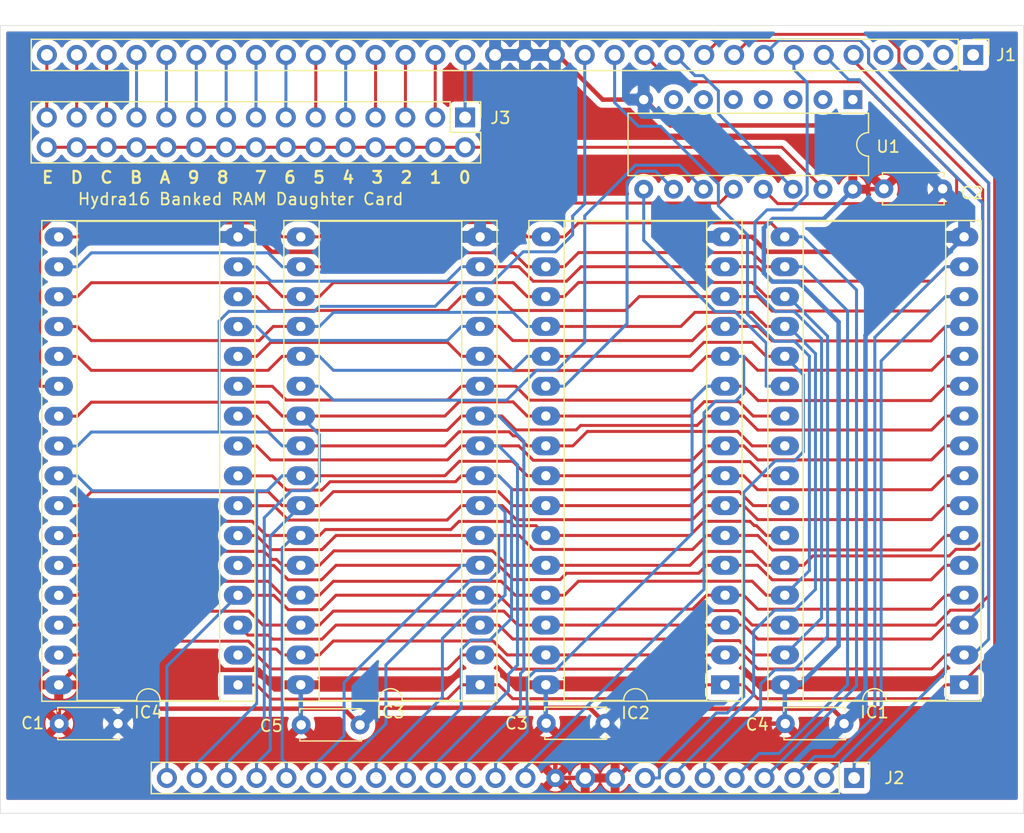
<source format=kicad_pcb>
(kicad_pcb (version 20240108) (generator "pcbnew") (generator_version "8.0")
  (title_block (title "Hydra16 Banked RAM Daughter Card") (rev "1.1"))
  (layers (0 "F.Cu" signal) (31 "B.Cu" signal) (34 "B.Paste" user) (35 "F.Paste" user) (36 "B.SilkS" user "B.Silkscreen") (37 "F.SilkS" user "F.Silkscreen") (38 "B.Mask" user) (39 "F.Mask" user) (44 "Edge.Cuts" user))
  (net 0 "")
  (net 1 "nBRC9_S")
  (net 2 "nBRC2_S")
  (net 3 "T5")
  (net 4 "T3")
  (net 5 "RWB")
  (net 6 "nBRC14_S")
  (net 7 "RAMB0")
  (net 8 "nBRC11_S")
  (net 9 "GND")
  (net 10 "nBRC1_S")
  (net 11 "T0")
  (net 12 "T2")
  (net 13 "nBRC12_S")
  (net 14 "T6")
  (net 15 "nBRC8_S")
  (net 16 "T7")
  (net 17 "nBRC10_S")
  (net 18 "nBRC0_S")
  (net 19 "nBRC3_S")
  (net 20 "nBRC4_S")
  (net 21 "T1")
  (net 22 "nBRC13_S")
  (net 23 "T4")
  (net 24 "RAMB1")
  (net 25 "RAMB2")
  (net 26 "RAMB3")
  (net 27 "nBRC5_S")
  (net 28 "!RWB")
  (net 29 "nBRC6_S")
  (net 30 "nBRC7_S")
  (net 31 "A3")
  (net 32 "D7")
  (net 33 "A7")
  (net 34 "D4")
  (net 35 "A8")
  (net 36 "A10")
  (net 37 "A1")
  (net 38 "+5v")
  (net 39 "A5")
  (net 40 "A0")
  (net 41 "D1")
  (net 42 "A12")
  (net 43 "A4")
  (net 44 "D2")
  (net 45 "A6")
  (net 46 "D3")
  (net 47 "D6")
  (net 48 "D0")
  (net 49 "A2")
  (net 50 "A11")
  (net 51 "D5")
  (net 52 "A9")
  (net 53 "Net-(J3-Pin_10)")
  (net 54 "Net-(IC1-~{CS})")
  (net 55 "Net-(IC2-~{CS})")
  (net 56 "Net-(IC3-~{CS})")
  (net 57 "Net-(IC4-~{CS})")
  (footprint "Capacitor_THT:C_Disc_D5.0mm_W2.5mm_P5.00mm" (layer "F.Cu") (at 111.038 128.27)
    (property "Reference" "C1")
    (property "Value" ".1uF")
  )
  (footprint "Connector_PinHeader_2.54mm:PinHeader_2x15_P2.54mm_Vertical" (layer "F.Cu") (at 145.542 76.708 -90)
    (property "Reference" "J3")
    (property "Value" "E  D  C  B  A  9  8   7  6  5  4  3  2  1  0")
  )
  (footprint "Package_DIP:DIP-32_W15.24mm_Socket_LongPads" (layer "F.Cu") (at 146.817 124.968 180)
    (property "Reference" "IC3")
    (property "Value" "HM628512LP-7")
  )
  (footprint "Package_DIP:DIP-16_W7.62mm" (layer "F.Cu") (at 178.5049 75.194 -90)
    (property "Reference" "U1")
    (property "Value" "74HC139")
  )
  (footprint "Package_DIP:DIP-32_W15.24mm_Socket_LongPads" (layer "F.Cu") (at 167.645 124.968 180)
    (property "Reference" "IC2")
    (property "Value" "HM628512LP-7")
  )
  (footprint "Connector_PinHeader_2.54mm:PinHeader_1x32_P2.54mm_Vertical" (layer "F.Cu") (at 188.732 71.3939 -90)
    (property "Reference" "J1")
    (property "Value" "Conn_01x32")
  )
  (footprint "Capacitor_THT:C_Disc_D5.0mm_W2.5mm_P5.00mm" (layer "F.Cu") (at 131.612 128.3779)
    (property "Reference" "C5")
    (property "Value" ".1uF")
  )
  (footprint "Capacitor_THT:C_Disc_D5.0mm_W2.5mm_P5.00mm" (layer "F.Cu") (at 172.76 128.27)
    (property "Reference" "C4")
    (property "Value" ".1uF")
  )
  (footprint "Package_DIP:DIP-32_W15.24mm_Socket_LongPads" (layer "F.Cu") (at 187.96 124.968 180)
    (property "Reference" "IC1")
    (property "Value" "HM628512LP-7")
  )
  (footprint "Capacitor_THT:C_Disc_D5.0mm_W2.5mm_P5.00mm" (layer "F.Cu") (at 152.44 128.238)
    (property "Reference" "C3")
    (property "Value" ".1uF")
  )
  (footprint "Connector_PinHeader_2.54mm:PinHeader_1x24_P2.54mm_Vertical" (layer "F.Cu") (at 178.612 132.8939 -90)
    (property "Reference" "J2")
    (property "Value" "Conn_01x24")
  )
  (footprint "Capacitor_THT:C_Disc_D5.0mm_W2.5mm_P5.00mm" (layer "F.Cu") (at 181.142 82.7801)
    (property "Reference" "C2")
    (property "Value" ".1uF")
  )
  (footprint "Package_DIP:DIP-32_W15.24mm_Socket_LongPads" (layer "F.Cu") (at 126.238 124.9779 180)
    (property "Reference" "IC4")
    (property "Value" "HM628512LP-7")
  )
  (gr_rect (start 106.032 68.8939) (end 193.032 135.8939) (stroke (width 0.05)) (fill none) (layer "Edge.Cuts"))
  (gr_text "Hydra16 Banked RAM Daughter Card" (at 112.532 84.238 0) (layer "F.SilkS") (effects (font (size 1 1)) (justify left bottom)))
  (segment (start 122.682 76.708) (end 122.682 75.4769) (width 0.254) (layer "B.Cu") (net 1))
  (segment (start 122.682 75.4769) (end 122.692 75.4669) (width 0.254) (layer "B.Cu") (net 1))
  (segment (start 122.692 75.4669) (end 122.692 71.3939) (width 0.254) (layer "B.Cu") (net 1))
  (segment (start 140.472 75.4669) (end 140.472 71.3939) (width 0.254) (layer "F.Cu") (net 2))
  (segment (start 140.462 76.708) (end 140.462 75.4769) (width 0.254) (layer "F.Cu") (net 2))
  (segment (start 140.462 75.4769) (end 140.472 75.4669) (width 0.254) (layer "F.Cu") (net 2))
  (segment (start 146.817 119.888) (end 134.5677 119.888) (width 0.254) (layer "F.Cu") (net 3))
  (segment (start 147.6076 119.888) (end 148.3981 119.888) (width 0.254) (layer "F.Cu") (net 3))
  (segment (start 148.3981 119.888) (end 149.5868 121.0767) (width 0.254) (layer "F.Cu") (net 3))
  (segment (start 133.3686 121.0871) (end 129.1495 121.0871) (width 0.254) (layer "F.Cu") (net 3))
  (segment (start 127.0797 120.7396) (end 126.238 119.8979) (width 0.254) (layer "F.Cu") (net 3))
  (segment (start 164.8752 121.0767) (end 166.0639 119.888) (width 0.254) (layer "F.Cu") (net 3))
  (segment (start 129.1495 121.0871) (end 128.802 120.7396) (width 0.254) (layer "F.Cu") (net 3))
  (segment (start 187.96 119.888) (end 186.3789 119.888) (width 0.254) (layer "F.Cu") (net 3))
  (segment (start 128.802 120.7396) (end 127.0797 120.7396) (width 0.254) (layer "F.Cu") (net 3))
  (segment (start 169.2261 119.888) (end 170.4149 121.0768) (width 0.254) (layer "F.Cu") (net 3))
  (segment (start 185.1901 121.0768) (end 186.3789 119.888) (width 0.254) (layer "F.Cu") (net 3))
  (segment (start 149.5868 121.0767) (end 164.8752 121.0767) (width 0.254) (layer "F.Cu") (net 3))
  (segment (start 134.5677 119.888) (end 133.3686 121.0871) (width 0.254) (layer "F.Cu") (net 3))
  (segment (start 147.6076 119.888) (end 146.817 119.888) (width 0.254) (layer "F.Cu") (net 3))
  (segment (start 167.645 119.888) (end 169.2261 119.888) (width 0.254) (layer "F.Cu") (net 3))
  (segment (start 167.645 119.888) (end 166.0639 119.888) (width 0.254) (layer "F.Cu") (net 3))
  (segment (start 170.4149 121.0768) (end 185.1901 121.0768) (width 0.254) (layer "F.Cu") (net 3))
  (segment (start 189.5411 84.0032) (end 179.0366 73.4987) (width 0.254) (layer "B.Cu") (net 3))
  (segment (start 187.96 119.888) (end 189.5411 118.3069) (width 0.254) (layer "B.Cu") (net 3))
  (segment (start 176.0419 71.3939) (end 176.032 71.3939) (width 0.254) (layer "B.Cu") (net 3))
  (segment (start 189.5411 118.3069) (end 189.5411 84.0032) (width 0.254) (layer "B.Cu") (net 3))
  (segment (start 178.1467 73.4987) (end 176.0419 71.3939) (width 0.254) (layer "B.Cu") (net 3))
  (segment (start 179.0366 73.4987) (end 178.1467 73.4987) (width 0.254) (layer "B.Cu") (net 3))
  (segment (start 110.998 117.3579) (end 112.5791 117.3579) (width 0.254) (layer "F.Cu") (net 5))
  (segment (start 169.9484 116.1575) (end 171.1389 117.348) (width 0.254) (layer "F.Cu") (net 5))
  (segment (start 134.3392 116.1669) (end 148.6134 116.1669) (width 0.254) (layer "F.Cu") (net 5))
  (segment (start 148.6134 116.1669) (end 149.7945 117.348) (width 0.254) (layer "F.Cu") (net 5))
  (segment (start 131.577 117.348) (end 133.1581 117.348) (width 0.254) (layer "F.Cu") (net 5))
  (segment (start 129.9959 117.348) (end 128.8157 116.1678) (width 0.254) (layer "F.Cu") (net 5))
  (segment (start 133.1581 117.348) (end 134.3392 116.1669) (width 0.254) (layer "F.Cu") (net 5))
  (segment (start 153.1956 117.348) (end 153.9861 117.348) (width 0.254) (layer "F.Cu") (net 5))
  (segment (start 131.577 117.348) (end 129.9959 117.348) (width 0.254) (layer "F.Cu") (net 5))
  (segment (start 172.72 117.348) (end 171.1389 117.348) (width 0.254) (layer "F.Cu") (net 5))
  (segment (start 155.1766 116.1575) (end 169.9484 116.1575) (width 0.254) (layer "F.Cu") (net 5))
  (segment (start 113.7692 116.1678) (end 112.5791 117.3579) (width 0.254) (layer "F.Cu") (net 5))
  (segment (start 153.1956 117.348) (end 152.405 117.348) (width 0.254) (layer "F.Cu") (net 5))
  (segment (start 128.8157 116.1678) (end 113.7692 116.1678) (width 0.254) (layer "F.Cu") (net 5))
  (segment (start 153.9861 117.348) (end 155.1766 116.1575) (width 0.254) (layer "F.Cu") (net 5))
  (segment (start 149.7945 117.348) (end 152.405 117.348) (width 0.254) (layer "F.Cu") (net 5))
  (segment (start 167.0749 84.2266) (end 167.0749 82.3831) (width 0.254) (layer "B.Cu") (net 5))
  (segment (start 174.8093 97.0177) (end 173.5496 95.758) (width 0.254) (layer "B.Cu") (net 5))
  (segment (start 173.5496 95.758) (end 171.8476 95.758) (width 0.254) (layer "B.Cu") (net 5))
  (segment (start 174.8093 115.2587) (end 174.8093 97.0177) (width 0.254) (layer "B.Cu") (net 5))
  (segment (start 171.8476 95.758) (end 169.5472 93.4576) (width 0.254) (layer "B.Cu") (net 5))
  (segment (start 160.2649 77.4609) (end 158.252 75.448) (width 0.254) (layer "B.Cu") (net 5))
  (segment (start 169.5472 93.4576) (end 169.5472 86.6989) (width 0.254) (layer "B.Cu") (net 5))
  (segment (start 167.0749 82.3831) (end 162.1527 77.4609) (width 0.254) (layer "B.Cu") (net 5))
  (segment (start 169.5472 86.6989) (end 167.0749 84.2266) (width 0.254) (layer "B.Cu") (net 5))
  (segment (start 158.252 75.448) (end 158.252 71.3939) (width 0.254) (layer "B.Cu") (net 5))
  (segment (start 172.72 117.348) (end 174.8093 115.2587) (width 0.254) (layer "B.Cu") (net 5))
  (segment (start 162.1527 77.4609) (end 160.2649 77.4609) (width 0.254) (layer "B.Cu") (net 5))
  (segment (start 109.982 75.4769) (end 109.992 75.4669) (width 0.254) (layer "F.Cu") (net 6))
  (segment (start 109.982 76.708) (end 109.982 75.4769) (width 0.254) (layer "F.Cu") (net 6))
  (segment (start 109.992 75.4669) (end 109.992 71.3939) (width 0.254) (layer "F.Cu") (net 6))
  (segment (start 186.8058 118.618) (end 188.8273 118.618) (width 0.254) (layer "F.Cu") (net 7))
  (segment (start 172.72 119.888) (end 185.5358 119.888) (width 0.254) (layer "F.Cu") (net 7))
  (segment (start 134.3486 118.6975) (end 148.8278 118.6975) (width 0.254) (layer "F.Cu") (net 7))
  (segment (start 169.6532 70.1527) (end 168.412 71.3939) (width 0.254) (layer "F.Cu") (net 7))
  (segment (start 150.0183 119.888) (end 150.8239 119.888) (width 0.254) (layer "F.Cu") (net 7))
  (segment (start 131.577 119.888) (end 128.3547 119.888) (width 0.254) (layer "F.Cu") (net 7))
  (segment (start 169.9448 119.888) (end 172.72 119.888) (width 0.254) (layer "F.Cu") (net 7))
  (segment (start 164.6543 119.888) (end 165.8842 118.6581) (width 0.254) (layer "F.Cu") (net 7))
  (segment (start 133.1581 119.888) (end 134.3486 118.6975) (width 0.254) (layer "F.Cu") (net 7))
  (segment (start 168.7149 118.6581) (end 169.9448 119.888) (width 0.254) (layer "F.Cu") (net 7))
  (segment (start 127.1745 118.7078) (end 113.7692 118.7078) (width 0.254) (layer "F.Cu") (net 7))
  (segment (start 113.7692 118.7078) (end 112.5791 119.8979) (width 0.254) (layer "F.Cu") (net 7))
  (segment (start 132.3676 119.888) (end 133.1581 119.888) (width 0.254) (layer "F.Cu") (net 7))
  (segment (start 179.842 70.8808) (end 179.1139 70.1527) (width 0.254) (layer "F.Cu") (net 7))
  (segment (start 151.6145 119.888) (end 150.8239 119.888) (width 0.254) (layer "F.Cu") (net 7))
  (segment (start 110.998 119.8979) (end 112.5791 119.8979) (width 0.254) (layer "F.Cu") (net 7))
  (segment (start 185.5358 119.888) (end 186.8058 118.618) (width 0.254) (layer "F.Cu") (net 7))
  (segment (start 128.3547 119.888) (end 127.1745 118.7078) (width 0.254) (layer "F.Cu") (net 7))
  (segment (start 165.8842 118.6581) (end 168.7149 118.6581) (width 0.254) (layer "F.Cu") (net 7))
  (segment (start 152.405 119.888) (end 164.6543 119.888) (width 0.254) (layer "F.Cu") (net 7))
  (segment (start 151.6145 119.888) (end 152.405 119.888) (width 0.254) (layer "F.Cu") (net 7))
  (segment (start 132.3676 119.888) (end 131.577 119.888) (width 0.254) (layer "F.Cu") (net 7))
  (segment (start 148.8278 118.6975) (end 150.0183 119.888) (width 0.254) (layer "F.Cu") (net 7))
  (segment (start 188.8273 118.618) (end 190.0519 117.3934) (width 0.254) (layer "F.Cu") (net 7))
  (segment (start 190.0519 117.3934) (end 190.0519 82.2878) (width 0.254) (layer "F.Cu") (net 7))
  (segment (start 190.0519 82.2878) (end 179.842 72.0779) (width 0.254) (layer "F.Cu") (net 7))
  (segment (start 179.842 72.0779) (end 179.842 70.8808) (width 0.254) (layer "F.Cu") (net 7))
  (segment (start 179.1139 70.1527) (end 169.6532 70.1527) (width 0.254) (layer "F.Cu") (net 7))
  (segment (start 117.612 75.4669) (end 117.612 71.3939) (width 0.254) (layer "B.Cu") (net 8))
  (segment (start 117.602 76.708) (end 117.602 75.4769) (width 0.254) (layer "B.Cu") (net 8))
  (segment (start 117.602 75.4769) (end 117.612 75.4669) (width 0.254) (layer "B.Cu") (net 8))
  (segment (start 143.9659 88.138) (end 129.0792 88.138) (width 0.381) (layer "F.Cu") (net 9))
  (segment (start 145.2359 86.868) (end 143.9659 88.138) (width 0.381) (layer "F.Cu") (net 9))
  (segment (start 158.678 127) (end 157.44 128.238) (width 0.381) (layer "F.Cu") (net 9))
  (segment (start 185.1089 88.138) (end 171.196 88.138) (width 0.381) (layer "F.Cu") (net 9))
  (segment (start 129.0792 88.138) (end 127.8191 86.8779) (width 0.381) (layer "F.Cu") (net 9))
  (segment (start 178.014 128.27) (end 176.744 127) (width 0.381) (layer "F.Cu") (net 9))
  (segment (start 146.817 86.868) (end 145.2359 86.868) (width 0.381) (layer "F.Cu") (net 9))
  (segment (start 136.612 128.3779) (end 135.2341 127) (width 0.381) (layer "F.Cu") (net 9))
  (segment (start 160.7249 75.194) (end 160.792 75.194) (width 0.381) (layer "F.Cu") (net 9))
  (segment (start 180.7533 77.3914) (end 186.142 82.7801) (width 0.381) (layer "F.Cu") (net 9))
  (segment (start 160.792 75.194) (end 162.9894 77.3914) (width 0.381) (layer "F.Cu") (net 9))
  (segment (start 186.3789 86.868) (end 185.1089 88.138) (width 0.381) (layer "F.Cu") (net 9))
  (segment (start 187.96 86.868) (end 186.3789 86.868) (width 0.381) (layer "F.Cu") (net 9))
  (segment (start 138.067248 126.922652) (end 136.612 128.3779) (width 0.381) (layer "F.Cu") (net 9))
  (segment (start 150.632 71.3939) (end 153.172 71.3939) (width 0.381) (layer "F.Cu") (net 9))
  (segment (start 156.124652 126.922652) (end 138.067248 126.922652) (width 0.381) (layer "F.Cu") (net 9))
  (segment (start 159.512 130.048) (end 155.702 130.048) (width 0.381) (layer "F.Cu") (net 9))
  (segment (start 176.744 127) (end 158.678 127) (width 0.381) (layer "F.Cu") (net 9))
  (segment (start 117.308 127) (end 116.038 128.27) (width 0.381) (layer "F.Cu") (net 9))
  (segment (start 153.4359 71.3939) (end 157.236 75.194) (width 0.381) (layer "F.Cu") (net 9))
  (segment (start 162.9894 77.3914) (end 180.7533 77.3914) (width 0.381) (layer "F.Cu") (net 9))
  (segment (start 135.2341 127) (end 117.308 127) (width 0.381) (layer "F.Cu") (net 9))
  (segment (start 148.092 71.3939) (end 150.632 71.3939) (width 0.381) (layer "F.Cu") (net 9))
  (segment (start 127.8191 86.8779) (end 126.238 86.8779) (width 0.381) (layer "F.Cu") (net 9))
  (segment (start 169.926 86.868) (end 167.645 86.868) (width 0.381) (layer "F.Cu") (net 9))
  (segment (start 157.44 128.238) (end 156.124652 126.922652) (width 0.381) (layer "F.Cu") (net 9))
  (segment (start 153.172 71.3939) (end 153.4359 71.3939) (width 0.381) (layer "F.Cu") (net 9))
  (segment (start 159.512 130.048) (end 161.036 128.524) (width 0.381) (layer "F.Cu") (net 9))
  (segment (start 155.702 129.976) (end 155.702 130.048) (width 0.381) (layer "F.Cu") (net 9))
  (segment (start 171.196 88.138) (end 169.926 86.868) (width 0.381) (layer "F.Cu") (net 9))
  (segment (start 157.236 75.194) (end 160.7249 75.194) (width 0.381) (layer "F.Cu") (net 9))
  (segment (start 157.44 128.238) (end 155.702 129.976) (width 0.381) (layer "F.Cu") (net 9))
  (segment (start 162.7469 77.216) (end 164.846 77.216) (width 0.381) (layer "B.Cu") (net 9))
  (segment (start 137.668 127.3219) (end 137.668 127.254) (width 0.381) (layer "B.Cu") (net 9))
  (segment (start 187.1695 86.868) (end 187.706 86.3315) (width 0.381) (layer "B.Cu") (net 9))
  (segment (start 187.706 84.3441) (end 186.142 82.7801) (width 0.381) (layer "B.Cu") (net 9))
  (segment (start 160.7249 75.194) (end 162.7469 77.216) (width 0.381) (layer "B.Cu") (net 9))
  (segment (start 136.612 128.3779) (end 137.668 127.3219) (width 0.381) (layer "B.Cu") (net 9))
  (segment (start 148.092 71.3939) (end 148.092 80.762) (width 0.381) (layer "B.Cu") (net 9))
  (segment (start 146.8365 82.0175) (end 146.8365 86.8485) (width 0.381) (layer "B.Cu") (net 9))
  (segment (start 146.8365 86.8485) (end 146.817 86.868) (width 0.381) (layer "B.Cu") (net 9))
  (segment (start 187.96 86.868) (end 187.1695 86.868) (width 0.381) (layer "B.Cu") (net 9))
  (segment (start 187.1695 86.868) (end 187.56475 87.26325) (width 0.381) (layer "B.Cu") (net 9))
  (segment (start 148.092 80.762) (end 146.8365 82.0175) (width 0.381) (layer "B.Cu") (net 9))
  (segment (start 137.16 126.746) (end 137.16 125.222) (width 0.381) (layer "B.Cu") (net 9))
  (segment (start 179.578 95.25) (end 179.578 126.706) (width 0.381) (layer "B.Cu") (net 9))
  (segment (start 187.706 86.3315) (end 187.706 84.3441) (width 0.381) (layer "B.Cu") (net 9))
  (segment (start 160.782 73.66) (end 160.782 74.013) (width 0.254) (layer "B.Cu") (net 9))
  (segment (start 164.846 77.216) (end 167.894 80.264) (width 0.381) (layer "B.Cu") (net 9))
  (segment (start 179.578 126.706) (end 178.014 128.27) (width 0.381) (layer "B.Cu") (net 9))
  (segment (start 187.56475 87.26325) (end 179.578 95.25) (width 0.381) (layer "B.Cu") (net 9))
  (segment (start 137.668 127.254) (end 137.16 126.746) (width 0.381) (layer "B.Cu") (net 9))
  (segment (start 143.002 72.635) (end 143.012 72.625) (width 0.254) (layer "F.Cu") (net 10))
  (segment (start 143.012 71.3939) (end 143.012 72.625) (width 0.254) (layer "F.Cu") (net 10))
  (segment (start 143.002 76.708) (end 143.002 72.635) (width 0.254) (layer "F.Cu") (net 10))
  (segment (start 115.072 75.4669) (end 115.072 71.3939) (width 0.254) (layer "F.Cu") (net 13))
  (segment (start 115.062 75.4769) (end 115.072 75.4669) (width 0.254) (layer "F.Cu") (net 13))
  (segment (start 115.062 76.708) (end 115.062 75.4769) (width 0.254) (layer "F.Cu") (net 13))
  (segment (start 147.9296 121.2408) (end 134.3453 121.2408) (width 0.254) (layer "F.Cu") (net 14))
  (segment (start 127.8002 121.9297) (end 127.1273 121.2568) (width 0.254) (layer "F.Cu") (net 14))
  (segment (start 134.3453 121.2408) (end 133.1581 122.428) (width 0.254) (layer "F.Cu") (net 14))
  (segment (start 132.3676 122.428) (end 133.1581 122.428) (width 0.254) (layer "F.Cu") (net 14))
  (segment (start 152.405 122.428) (end 149.1168 122.428) (width 0.254) (layer "F.Cu") (net 14))
  (segment (start 172.72 122.428) (end 170.0692 122.428) (width 0.254) (layer "F.Cu") (net 14))
  (segment (start 131.577 122.428) (end 129.9959 122.428) (width 0.254) (layer "F.Cu") (net 14))
  (segment (start 129.4976 121.9297) (end 127.8002 121.9297) (width 0.254) (layer "F.Cu") (net 14))
  (segment (start 149.1168 122.428) (end 147.9296 121.2408) (width 0.254) (layer "F.Cu") (net 14))
  (segment (start 170.0692 122.428) (end 168.8526 121.2114) (width 0.254) (layer "F.Cu") (net 14))
  (segment (start 165.8709 121.2114) (end 164.6543 122.428) (width 0.254) (layer "F.Cu") (net 14))
  (segment (start 127.1273 121.2568) (end 113.7602 121.2568) (width 0.254) (layer "F.Cu") (net 14))
  (segment (start 168.8526 121.2114) (end 165.8709 121.2114) (width 0.254) (layer "F.Cu") (net 14))
  (segment (start 129.9959 122.428) (end 129.4976 121.9297) (width 0.254) (layer "F.Cu") (net 14))
  (segment (start 164.6543 122.428) (end 152.405 122.428) (width 0.254) (layer "F.Cu") (net 14))
  (segment (start 110.998 122.4379) (end 112.5791 122.4379) (width 0.254) (layer "F.Cu") (net 14))
  (segment (start 113.7602 121.2568) (end 112.5791 122.4379) (width 0.254) (layer "F.Cu") (net 14))
  (segment (start 132.3676 122.428) (end 131.577 122.428) (width 0.254) (layer "F.Cu") (net 14))
  (segment (start 173.3386 84.5729) (end 174.6196 83.2919) (width 0.254) (layer "B.Cu") (net 14))
  (segment (start 174.6196 73.7526) (end 173.492 72.625) (width 0.254) (layer "B.Cu") (net 14))
  (segment (start 175.8437 95.5306) (end 173.5311 93.218) (width 0.254) (layer "B.Cu") (net 14))
  (segment (start 175.8437 119.3043) (end 175.8437 95.5306) (width 0.254) (layer "B.Cu") (net 14))
  (segment (start 171.2051 84.5729) (end 173.3386 84.5729) (width 0.254) (layer "B.Cu") (net 14))
  (segment (start 170.18 91.4852) (end 170.18 85.598) (width 0.254) (layer "B.Cu") (net 14))
  (segment (start 174.6196 83.2919) (end 174.6196 73.7526) (width 0.254) (layer "B.Cu") (net 14))
  (segment (start 172.72 122.428) (end 175.8437 119.3043) (width 0.254) (layer "B.Cu") (net 14))
  (segment (start 170.18 85.598) (end 171.2051 84.5729) (width 0.254) (layer "B.Cu") (net 14))
  (segment (start 171.9128 93.218) (end 170.18 91.4852) (width 0.254) (layer "B.Cu") (net 14))
  (segment (start 173.492 72.625) (end 173.492 71.3939) (width 0.254) (layer "B.Cu") (net 14))
  (segment (start 173.5311 93.218) (end 171.9128 93.218) (width 0.254) (layer "B.Cu") (net 14))
  (segment (start 125.222 75.4769) (end 125.232 75.4669) (width 0.254) (layer "B.Cu") (net 15))
  (segment (start 125.232 75.4669) (end 125.232 71.3939) (width 0.254) (layer "B.Cu") (net 15))
  (segment (start 125.222 76.708) (end 125.222 75.4769) (width 0.254) (layer "B.Cu") (net 15))
  (segment (start 144.0448 123.6191) (end 129.0003 123.6191) (width 0.254) (layer "F.Cu") (net 16))
  (segment (start 187.96 122.428) (end 186.3789 122.428) (width 0.254) (layer "F.Cu") (net 16))
  (segment (start 146.0265 122.428) (end 145.2359 122.428) (width 0.254) (layer "F.Cu") (net 16))
  (segment (start 185.1901 123.6168) (end 186.3789 122.428) (width 0.254) (layer "F.Cu") (net 16))
  (segment (start 170.4149 123.6168) (end 185.1901 123.6168) (width 0.254) (layer "F.Cu") (net 16))
  (segment (start 146.817 122.428) (end 148.3981 122.428) (width 0.254) (layer "F.Cu") (net 16))
  (segment (start 149.6045 123.6344) (end 164.8575 123.6344) (width 0.254) (layer "F.Cu") (net 16))
  (segment (start 167.645 122.428) (end 166.0639 122.428) (width 0.254) (layer "F.Cu") (net 16))
  (segment (start 145.2359 122.428) (end 144.0448 123.6191) (width 0.254) (layer "F.Cu") (net 16))
  (segment (start 167.645 122.428) (end 169.2261 122.428) (width 0.254) (layer "F.Cu") (net 16))
  (segment (start 164.8575 123.6344) (end 166.0639 122.428) (width 0.254) (layer "F.Cu") (net 16))
  (segment (start 146.0265 122.428) (end 146.817 122.428) (width 0.254) (layer "F.Cu") (net 16))
  (segment (start 129.0003 123.6191) (end 127.8191 122.4379) (width 0.254) (layer "F.Cu") (net 16))
  (segment (start 126.238 122.4379) (end 127.8191 122.4379) (width 0.254) (layer "F.Cu") (net 16))
  (segment (start 148.3981 122.428) (end 149.6045 123.6344) (width 0.254) (layer "F.Cu") (net 16))
  (segment (start 169.2261 122.428) (end 170.4149 123.6168) (width 0.254) (layer "F.Cu") (net 16))
  (segment (start 190.0495 82.2854) (end 179.842 72.0779) (width 0.254) (layer "B.Cu") (net 16))
  (segment (start 172.2292 70.1167) (end 170.952 71.3939) (width 0.254) (layer "B.Cu") (net 16))
  (segment (start 179.842 70.8808) (end 179.0779 70.1167) (width 0.254) (layer "B.Cu") (net 16))
  (segment (start 190.0495 121.1005) (end 190.0495 82.2854) (width 0.254) (layer "B.Cu") (net 16))
  (segment (start 179.842 72.0779) (end 179.842 70.8808) (width 0.254) (layer "B.Cu") (net 16))
  (segment (start 187.96 122.428) (end 188.722 122.428) (width 0.254) (layer "B.Cu") (net 16))
  (segment (start 188.722 122.428) (end 190.0495 121.1005) (width 0.254) (layer "B.Cu") (net 16))
  (segment (start 179.0779 70.1167) (end 172.2292 70.1167) (width 0.254) (layer "B.Cu") (net 16))
  (segment (start 120.142 76.708) (end 120.142 75.4769) (width 0.254) (layer "B.Cu") (net 17))
  (segment (start 120.142 75.4769) (end 120.152 75.4669) (width 0.254) (layer "B.Cu") (net 17))
  (segment (start 120.152 75.4669) (end 120.152 71.3939) (width 0.254) (layer "B.Cu") (net 17))
  (segment (start 145.552 75.4669) (end 145.552 71.3939) (width 0.254) (layer "B.Cu") (net 18))
  (segment (start 145.542 75.4769) (end 145.552 75.4669) (width 0.254) (layer "B.Cu") (net 18))
  (segment (start 145.542 76.708) (end 145.542 75.4769) (width 0.254) (layer "B.Cu") (net 18))
  (segment (start 137.922 75.4769) (end 137.932 75.4669) (width 0.254) (layer "F.Cu") (net 19))
  (segment (start 137.932 75.4669) (end 137.932 71.3939) (width 0.254) (layer "F.Cu") (net 19))
  (segment (start 137.922 76.708) (end 137.922 75.4769) (width 0.254) (layer "F.Cu") (net 19))
  (segment (start 135.382 76.708) (end 135.382 75.4769) (width 0.254) (layer "B.Cu") (net 20))
  (segment (start 135.382 75.4769) (end 135.392 75.4669) (width 0.254) (layer "B.Cu") (net 20))
  (segment (start 135.392 75.4669) (end 135.392 71.3939) (width 0.254) (layer "B.Cu") (net 20))
  (segment (start 112.532 75.4669) (end 112.532 71.3939) (width 0.254) (layer "F.Cu") (net 22))
  (segment (start 112.522 75.4769) (end 112.532 75.4669) (width 0.254) (layer "F.Cu") (net 22))
  (segment (start 112.522 76.708) (end 112.522 75.4769) (width 0.254) (layer "F.Cu") (net 22))
  (segment (start 172.72 114.808) (end 174.3011 114.808) (width 0.254) (layer "F.Cu") (net 23))
  (segment (start 165.8358 113.6265) (end 169.9574 113.6265) (width 0.254) (layer "F.Cu") (net 23))
  (segment (start 178.572 71.892) (end 178.572 71.3939) (width 0.254) (layer "F.Cu") (net 23))
  (segment (start 174.3011 114.808) (end 175.1035 114.0056) (width 0.254) (layer "F.Cu") (net 23))
  (segment (start 113.7783 113.6187) (end 112.5791 114.8179) (width 0.254) (layer "F.Cu") (net 23))
  (segment (start 110.998 114.8179) (end 112.5791 114.8179) (width 0.254) (layer "F.Cu") (net 23))
  (segment (start 130.7865 114.808) (end 129.9959 114.808) (width 0.254) (layer "F.Cu") (net 23))
  (segment (start 130.7865 114.808) (end 131.577 114.808) (width 0.254) (layer "F.Cu") (net 23))
  (segment (start 164.6543 114.808) (end 165.8358 113.6265) (width 0.254) (layer "F.Cu") (net 23))
  (segment (start 128.4412 113.6187) (end 113.7783 113.6187) (width 0.254) (layer "F.Cu") (net 23))
  (segment (start 129.4976 114.3097) (end 129.1322 114.3097) (width 0.254) (layer "F.Cu") (net 23))
  (segment (start 147.8869 113.5781) (end 149.1168 114.808) (width 0.254) (layer "F.Cu") (net 23))
  (segment (start 189.5411 82.8611) (end 178.572 71.892) (width 0.254) (layer "F.Cu") (net 23))
  (segment (start 187.2483 113.4492) (end 188.8548 113.4492) (width 0.254) (layer "F.Cu") (net 23))
  (segment (start 133.1581 114.808) (end 134.388 113.5781) (width 0.254) (layer "F.Cu") (net 23))
  (segment (start 129.9959 114.808) (end 129.4976 114.3097) (width 0.254) (layer "F.Cu") (net 23))
  (segment (start 134.388 113.5781) (end 147.8869 113.5781) (width 0.254) (layer "F.Cu") (net 23))
  (segment (start 149.1168 114.808) (end 152.405 114.808) (width 0.254) (layer "F.Cu") (net 23))
  (segment (start 169.9574 113.6265) (end 171.1389 114.808) (width 0.254) (layer "F.Cu") (net 23))
  (segment (start 152.405 114.808) (end 164.6543 114.808) (width 0.254) (layer "F.Cu") (net 23))
  (segment (start 175.1035 114.0056) (end 186.6919 114.0056) (width 0.254) (layer "F.Cu") (net 23))
  (segment (start 172.72 114.808) (end 171.1389 114.808) (width 0.254) (layer "F.Cu") (net 23))
  (segment (start 188.8548 113.4492) (end 189.5411 112.7629) (width 0.254) (layer "F.Cu") (net 23))
  (segment (start 131.577 114.808) (end 133.1581 114.808) (width 0.254) (layer "F.Cu") (net 23))
  (segment (start 186.6919 114.0056) (end 187.2483 113.4492) (width 0.254) (layer "F.Cu") (net 23))
  (segment (start 189.5411 112.7629) (end 189.5411 82.8611) (width 0.254) (layer "F.Cu") (net 23))
  (segment (start 129.1322 114.3097) (end 128.4412 113.6187) (width 0.254) (layer "F.Cu") (net 23))
  (segment (start 186.3789 124.968) (end 185.1978 126.1491) (width 0.254) (layer "F.Cu") (net 24))
  (segment (start 187.6604 124.968) (end 190.5601 122.0683) (width 0.254) (layer "F.Cu") (net 24))
  (segment (start 146.817 124.968) (end 148.3981 124.968) (width 0.254) (layer "F.Cu") (net 24))
  (segment (start 166.0639 124.968) (end 164.8828 126.1491) (width 0.254) (layer "F.Cu") (net 24))
  (segment (start 167.645 124.968) (end 169.2261 124.968) (width 0.254) (layer "F.Cu") (net 24))
  (segment (start 167.6214 69.6445) (end 165.872 71.3939) (width 0.254) (layer "F.Cu") (net 24))
  (segment (start 146.817 124.968) (end 145.2359 124.968) (width 0.254) (layer "F.Cu") (net 24))
  (segment (start 181.1699 69.6445) (end 167.6214 69.6445) (width 0.254) (layer "F.Cu") (net 24))
  (segment (start 187.1695 124.968) (end 187.6604 124.968) (width 0.254) (layer "F.Cu") (net 24))
  (segment (start 182.4208 72.1167) (end 182.4208 70.8954) (width 0.254) (layer "F.Cu") (net 24))
  (segment (start 190.5601 122.0683) (end 190.5601 80.256) (width 0.254) (layer "F.Cu") (net 24))
  (segment (start 127.8191 124.9779) (end 129.0262 126.185) (width 0.254) (layer "F.Cu") (net 24))
  (segment (start 129.0262 126.185) (end 144.0189 126.185) (width 0.254) (layer "F.Cu") (net 24))
  (segment (start 144.0189 126.185) (end 145.2359 124.968) (width 0.254) (layer "F.Cu") (net 24))
  (segment (start 126.238 124.9779) (end 127.8191 124.9779) (width 0.254) (layer "F.Cu") (net 24))
  (segment (start 190.5601 80.256) (end 182.4208 72.1167) (width 0.254) (layer "F.Cu") (net 24))
  (segment (start 182.4208 70.8954) (end 181.1699 69.6445) (width 0.254) (layer "F.Cu") (net 24))
  (segment (start 187.96 124.968) (end 187.6604 124.968) (width 0.254) (layer "F.Cu") (net 24))
  (segment (start 149.5792 126.1491) (end 148.3981 124.968) (width 0.254) (layer "F.Cu") (net 24))
  (segment (start 185.1978 126.1491) (end 170.4072 126.1491) (width 0.254) (layer "F.Cu") (net 24))
  (segment (start 167.645 124.968) (end 166.0639 124.968) (width 0.254) (layer "F.Cu") (net 24))
  (segment (start 170.4072 126.1491) (end 169.2261 124.968) (width 0.254) (layer "F.Cu") (net 24))
  (segment (start 164.8828 126.1491) (end 149.5792 126.1491) (width 0.254) (layer "F.Cu") (net 24))
  (segment (start 187.1695 124.968) (end 186.3789 124.968) (width 0.254) (layer "F.Cu") (net 24))
  (segment (start 165.0901 73.152) (end 165.774543 73.152) (width 0.254) (layer "B.Cu") (net 25))
  (segment (start 167.0749 76.3969) (end 173.4249 82.7469) (width 0.254) (layer "B.Cu") (net 25))
  (segment (start 167.0749 74.452357) (end 167.0749 76.3969) (width 0.254) (layer "B.Cu") (net 25))
  (segment (start 165.774543 73.152) (end 167.0749 74.452357) (width 0.254) (layer "B.Cu") (net 25))
  (segment (start 173.4249 82.7469) (end 173.4249 82.814) (width 0.254) (layer "B.Cu") (net 25))
  (segment (start 163.332 71.3939) (end 165.0901 73.152) (width 0.254) (layer "B.Cu") (net 25))
  (segment (start 172.1102 84.0393) (end 186.5732 84.0393) (width 0.254) (layer "F.Cu") (net 26))
  (segment (start 170.8849 82.814) (end 172.1102 84.0393) (width 0.254) (layer "F.Cu") (net 26))
  (segment (start 186.5732 84.0393) (end 187.326 83.2865) (width 0.254) (layer "F.Cu") (net 26))
  (segment (start 163.0863 73.6783) (end 160.8019 71.3939) (width 0.254) (layer "F.Cu") (net 26))
  (segment (start 160.8019 71.3939) (end 160.792 71.3939) (width 0.254) (layer "F.Cu") (net 26))
  (segment (start 187.326 81.828) (end 179.1763 73.6783) (width 0.254) (layer "F.Cu") (net 26))
  (segment (start 179.1763 73.6783) (end 163.0863 73.6783) (width 0.254) (layer "F.Cu") (net 26))
  (segment (start 187.326 83.2865) (end 187.326 81.828) (width 0.254) (layer "F.Cu") (net 26))
  (segment (start 132.842 75.4769) (end 132.852 75.4669) (width 0.254) (layer "F.Cu") (net 27))
  (segment (start 132.852 75.4669) (end 132.852 71.3939) (width 0.254) (layer "F.Cu") (net 27))
  (segment (start 132.842 76.708) (end 132.842 75.4769) (width 0.254) (layer "F.Cu") (net 27))
  (segment (start 149.6427 103.7976) (end 149.9735 103.7976) (width 0.254) (layer "F.Cu") (net 28))
  (segment (start 154.7046 104.648) (end 155.9345 103.4181) (width 0.254) (layer "F.Cu") (net 28))
  (segment (start 168.7149 103.4181) (end 169.9448 104.648) (width 0.254) (layer "F.Cu") (net 28))
  (segment (start 169.9448 104.648) (end 172.72 104.648) (width 0.254) (layer "F.Cu") (net 28))
  (segment (start 155.9345 103.4181) (end 168.7149 103.4181) (width 0.254) (layer "F.Cu") (net 28))
  (segment (start 153.9861 104.648) (end 154.7046 104.648) (width 0.254) (layer "F.Cu") (net 28))
  (segment (start 149.2951 103.45) (end 149.6427 103.7976) (width 0.254) (layer "F.Cu") (net 28))
  (segment (start 131.577 104.648) (end 143.8263 104.648) (width 0.254) (layer "F.Cu") (net 28))
  (segment (start 152.405 104.648) (end 150.8239 104.648) (width 0.254) (layer "F.Cu") (net 28))
  (segment (start 149.9735 103.7976) (end 150.8239 104.648) (width 0.254) (layer "F.Cu") (net 28))
  (segment (start 145.0243 103.45) (end 149.2951 103.45) (width 0.254) (layer "F.Cu") (net 28))
  (segment (start 152.405 104.648) (end 153.9861 104.648) (width 0.254) (layer "F.Cu") (net 28))
  (segment (start 143.8263 104.648) (end 145.0243 103.45) (width 0.254) (layer "F.Cu") (net 28))
  (segment (start 154.686 86.6887) (end 154.686 85.09) (width 0.254) (layer "B.Cu") (net 28))
  (segment (start 128.8157 103.4678) (end 129.9959 104.648) (width 0.254) (layer "B.Cu") (net 28))
  (segment (start 153.2367 88.138) (end 154.686 86.6887) (width 0.254) (layer "B.Cu") (net 28))
  (segment (start 131.577 104.648) (end 129.9959 104.648) (width 0.254) (layer "B.Cu") (net 28))
  (segment (start 124.6406 103.4678) (end 124.6406 94.0215) (width 0.254) (layer "B.Cu") (net 28))
  (segment (start 142.997 92.7773) (end 145.0075 90.7668) (width 0.254) (layer "B.Cu") (net 28))
  (segment (start 155.712 84.064) (end 155.712 71.3939) (width 0.254) (layer "B.Cu") (net 28))
  (segment (start 124.6406 94.0215) (end 125.4537 93.2084) (width 0.254) (layer "B.Cu") (net 28))
  (segment (start 150.4695 88.138) (end 153.2367 88.138) (width 0.254) (layer "B.Cu") (net 28))
  (segment (start 110.998 104.6579) (end 112.5791 104.6579) (width 0.254) (layer "B.Cu") (net 28))
  (segment (start 133.1583 92.7773) (end 142.997 92.7773) (width 0.254) (layer "B.Cu") (net 28))
  (segment (start 154.686 85.09) (end 155.712 84.064) (width 0.254) (layer "B.Cu") (net 28))
  (segment (start 112.5791 104.6579) (end 113.7692 103.4678) (width 0.254) (layer "B.Cu") (net 28))
  (segment (start 147.8407 90.7668) (end 150.4695 88.138) (width 0.254) (layer "B.Cu") (net 28))
  (segment (start 124.6406 103.4678) (end 128.8157 103.4678) (width 0.254) (layer "B.Cu") (net 28))
  (segment (start 145.0075 90.7668) (end 147.8407 90.7668) (width 0.254) (layer "B.Cu") (net 28))
  (segment (start 132.7272 93.2084) (end 133.1583 92.7773) (width 0.254) (layer "B.Cu") (net 28))
  (segment (start 113.7692 103.4678) (end 124.6406 103.4678) (width 0.254) (layer "B.Cu") (net 28))
  (segment (start 125.4537 93.2084) (end 132.7272 93.2084) (width 0.254) (layer "B.Cu") (net 28))
  (segment (start 130.302 76.708) (end 130.302 75.4769) (width 0.254) (layer "B.Cu") (net 29))
  (segment (start 130.312 75.4669) (end 130.312 71.3939) (width 0.254) (layer "B.Cu") (net 29))
  (segment (start 130.302 75.4769) (end 130.312 75.4669) (width 0.254) (layer "B.Cu") (net 29))
  (segment (start 127.772 75.4669) (end 127.772 71.3939) (width 0.254) (layer "B.Cu") (net 30))
  (segment (start 127.762 75.4769) (end 127.772 75.4669) (width 0.254) (layer "B.Cu") (net 30))
  (segment (start 127.762 76.708) (end 127.762 75.4769) (width 0.254) (layer "B.Cu") (net 30))
  (segment (start 185.1884 105.8385) (end 170.4166 105.8385) (width 0.254) (layer "F.Cu") (net 31))
  (segment (start 146.817 104.648) (end 145.2359 104.648) (width 0.254) (layer "F.Cu") (net 31))
  (segment (start 170.4166 105.8385) (end 169.2261 104.648) (width 0.254) (layer "F.Cu") (net 31))
  (segment (start 150.1052 104.648) (end 151.3248 105.8676) (width 0.254) (layer "F.Cu") (net 31))
  (segment (start 146.817 104.648) (end 150.1052 104.648) (width 0.254) (layer "F.Cu") (net 31))
  (segment (start 126.238 104.6579) (end 127.8191 104.6579) (width 0.254) (layer "F.Cu") (net 31))
  (segment (start 164.8443 105.8676) (end 166.0639 104.648) (width 0.254) (layer "F.Cu") (net 31))
  (segment (start 129.0003 105.8391) (end 127.8191 104.6579) (width 0.254) (layer "F.Cu") (net 31))
  (segment (start 151.3248 105.8676) (end 164.8443 105.8676) (width 0.254) (layer "F.Cu") (net 31))
  (segment (start 167.645 104.648) (end 166.0639 104.648) (width 0.254) (layer "F.Cu") (net 31))
  (segment (start 167.645 104.648) (end 169.2261 104.648) (width 0.254) (layer "F.Cu") (net 31))
  (segment (start 187.96 104.648) (end 186.3789 104.648) (width 0.254) (layer "F.Cu") (net 31))
  (segment (start 144.0448 105.8391) (end 129.0003 105.8391) (width 0.254) (layer "F.Cu") (net 31))
  (segment (start 186.3789 104.648) (end 185.1884 105.8385) (width 0.254) (layer "F.Cu") (net 31))
  (segment (start 145.2359 104.648) (end 144.0448 105.8391) (width 0.254) (layer "F.Cu") (net 31))
  (segment (start 149.9964 123.2977) (end 149.2342 124.0599) (width 0.254) (layer "B.Cu") (net 31))
  (segment (start 149.2342 124.0599) (end 149.2342 125.4806) (width 0.254) (layer "B.Cu") (net 31))
  (segment (start 143.052 132.8939) (end 143.052 131.6628) (width 0.254) (layer "B.Cu") (net 31))
  (segment (start 146.817 104.648) (end 148.3981 104.648) (width 0.254) (layer "B.Cu") (net 31))
  (segment (start 148.3981 104.648) (end 149.9964 106.2463) (width 0.254) (layer "B.Cu") (net 31))
  (segment (start 149.9964 106.2463) (end 149.9964 123.2977) (width 0.254) (layer "B.Cu") (net 31))
  (segment (start 149.2342 125.4806) (end 143.052 131.6628) (width 0.254) (layer "B.Cu") (net 31))
  (segment (start 169.9484 95.8375) (end 165.8448 95.8375) (width 0.254) (layer "F.Cu") (net 32))
  (segment (start 172.72 97.028) (end 171.1389 97.028) (width 0.254) (layer "F.Cu") (net 32))
  (segment (start 171.1389 97.028) (end 169.9484 95.8375) (width 0.254) (layer "F.Cu") (net 32))
  (segment (start 112.5791 97.0379) (end 113.7646 98.2234) (width 0.254) (layer "F.Cu") (net 32))
  (segment (start 164.6543 97.028) (end 152.405 97.028) (width 0.254) (layer "F.Cu") (net 32))
  (segment (start 128.8005 98.2234) (end 129.9959 97.028) (width 0.254) (layer "F.Cu") (net 32))
  (segment (start 131.577 97.028) (end 129.9959 97.028) (width 0.254) (layer "F.Cu") (net 32))
  (segment (start 165.8448 95.8375) (end 164.6543 97.028) (width 0.254) (layer "F.Cu") (net 32))
  (segment (start 110.998 97.0379) (end 112.5791 97.0379) (width 0.254) (layer "F.Cu") (net 32))
  (segment (start 113.7646 98.2234) (end 128.8005 98.2234) (width 0.254) (layer "F.Cu") (net 32))
  (segment (start 134.3486 98.2185) (end 133.1581 97.028) (width 0.254) (layer "B.Cu") (net 32))
  (segment (start 174.3011 105.1553) (end 174.3011 98.6091) (width 0.254) (layer "B.Cu") (net 32))
  (segment (start 149.6334 98.2185) (end 134.3486 98.2185) (width 0.254) (layer "B.Cu") (net 32))
  (segment (start 162.0631 132.8939) (end 162.0631 132.2014) (width 0.254) (layer "B.Cu") (net 32))
  (segment (start 162.0631 132.2014) (end 166.9011 127.3634) (width 0.254) (layer "B.Cu") (net 32))
  (segment (start 150.8239 97.028) (end 149.6334 98.2185) (width 0.254) (layer "B.Cu") (net 32))
  (segment (start 160.832 132.8939) (end 162.0631 132.8939) (width 0.254) (layer "B.Cu") (net 32))
  (segment (start 167.8253 127.3634) (end 169.2262 125.9625) (width 0.254) (layer "B.Cu") (net 32))
  (segment (start 173.5384 105.918) (end 174.3011 105.1553) (width 0.254) (layer "B.Cu") (net 32))
  (segment (start 131.577 97.028) (end 133.1581 97.028) (width 0.254) (layer "B.Cu") (net 32))
  (segment (start 152.405 97.028) (end 150.8239 97.028) (width 0.254) (layer "B.Cu") (net 32))
  (segment (start 169.2262 108.6042) (end 171.9124 105.918) (width 0.254) (layer "B.Cu") (net 32))
  (segment (start 174.3011 98.6091) (end 172.72 97.028) (width 0.254) (layer "B.Cu") (net 32))
  (segment (start 171.9124 105.918) (end 173.5384 105.918) (width 0.254) (layer "B.Cu") (net 32))
  (segment (start 166.9011 127.3634) (end 167.8253 127.3634) (width 0.254) (layer "B.Cu") (net 32))
  (segment (start 169.2262 125.9625) (end 169.2262 108.6042) (width 0.254) (layer "B.Cu") (net 32))
  (segment (start 146.817 114.808) (end 148.3981 114.808) (width 0.254) (layer "F.Cu") (net 33))
  (segment (start 165.3911 115.4808) (end 166.0639 114.808) (width 0.254) (layer "F.Cu") (net 33))
  (segment (start 148.3981 114.808) (end 149.6145 116.0244) (width 0.254) (layer "F.Cu") (net 33))
  (segment (start 126.238 114.8179) (end 129.2805 114.8179) (width 0.254) (layer "F.Cu") (net 33))
  (segment (start 171.6496 116.0374) (end 170.4202 114.808) (width 0.254) (layer "F.Cu") (net 33))
  (segment (start 129.2805 114.8179) (end 130.5026 116.04) (width 0.254) (layer "F.Cu") (net 33))
  (segment (start 130.5026 116.04) (end 133.3357 116.04) (width 0.254) (layer "F.Cu") (net 33))
  (segment (start 153.6111 116.0244) (end 154.1547 115.4808) (width 0.254) (layer "F.Cu") (net 33))
  (segment (start 149.6145 116.0244) (end 153.6111 116.0244) (width 0.254) (layer "F.Cu") (net 33))
  (segment (start 133.3357 116.04) (end 134.5677 114.808) (width 0.254) (layer "F.Cu") (net 33))
  (segment (start 187.96 114.808) (end 186.3789 114.808) (width 0.254) (layer "F.Cu") (net 33))
  (segment (start 167.645 114.808) (end 166.0639 114.808) (width 0.254) (layer "F.Cu") (net 33))
  (segment (start 134.5677 114.808) (end 146.817 114.808) (width 0.254) (layer "F.Cu") (net 33))
  (segment (start 185.1495 116.0374) (end 171.6496 116.0374) (width 0.254) (layer "F.Cu") (net 33))
  (segment (start 186.3789 114.808) (end 185.1495 116.0374) (width 0.254) (layer "F.Cu") (net 33))
  (segment (start 170.4202 114.808) (end 167.645 114.808) (width 0.254) (layer "F.Cu") (net 33))
  (segment (start 154.1547 115.4808) (end 165.3911 115.4808) (width 0.254) (layer "F.Cu") (net 33))
  (segment (start 146.817 114.808) (end 145.2359 114.808) (width 0.254) (layer "B.Cu") (net 33))
  (segment (start 132.892 131.6628) (end 135.2555 129.2993) (width 0.254) (layer "B.Cu") (net 33))
  (segment (start 135.2555 129.2993) (end 135.2555 124.7884) (width 0.254) (layer "B.Cu") (net 33))
  (segment (start 132.892 132.8939) (end 132.892 131.6628) (width 0.254) (layer "B.Cu") (net 33))
  (segment (start 135.2555 124.7884) (end 145.2359 114.808) (width 0.254) (layer "B.Cu") (net 33))
  (segment (start 149.6334 88.2175) (end 150.8239 89.408) (width 0.254) (layer "F.Cu") (net 34))
  (segment (start 172.72 89.408) (end 171.1389 89.408) (width 0.254) (layer "F.Cu") (net 34))
  (segment (start 171.1389 89.408) (end 169.9325 88.2016) (width 0.254) (layer "F.Cu") (net 34))
  (segment (start 152.405 89.408) (end 153.9861 89.408) (width 0.254) (layer "F.Cu") (net 34))
  (segment (start 143.8263 89.408) (end 145.0168 88.2175) (width 0.254) (layer "F.Cu") (net 34))
  (segment (start 131.577 89.408) (end 143.8263 89.408) (width 0.254) (layer "F.Cu") (net 34))
  (segment (start 155.1925 88.2016) (end 153.9861 89.408) (width 0.254) (layer "F.Cu") (net 34))
  (segment (start 145.0168 88.2175) (end 149.6334 88.2175) (width 0.254) (layer "F.Cu") (net 34))
  (segment (start 152.405 89.408) (end 150.8239 89.408) (width 0.254) (layer "F.Cu") (net 34))
  (segment (start 169.9325 88.2016) (end 155.1925 88.2016) (width 0.254) (layer "F.Cu") (net 34))
  (segment (start 110.998 89.4179) (end 112.5791 89.4179) (width 0.254) (layer "B.Cu") (net 34))
  (segment (start 113.7692 88.2278) (end 112.5791 89.4179) (width 0.254) (layer "B.Cu") (net 34))
  (segment (start 178.054 93.1609) (end 174.3011 89.408) (width 0.254) (layer "B.Cu") (net 34))
  (segment (start 128.8157 88.2278) (end 113.7692 88.2278) (width 0.254) (layer "B.Cu") (net 34))
  (segment (start 178.054 124.9676) (end 178.054 93.1609) (width 0.254) (layer "B.Cu") (net 34))
  (segment (start 129.9959 89.408) (end 128.8157 88.2278) (width 0.254) (layer "B.Cu") (net 34))
  (segment (start 174.3011 89.408) (end 172.72 89.408) (width 0.254) (layer "B.Cu") (net 34))
  (segment (start 170.5359 130.81) (end 172.2116 130.81) (width 0.254) (layer "B.Cu") (net 34))
  (segment (start 172.2116 130.81) (end 178.054 124.9676) (width 0.254) (layer "B.Cu") (net 34))
  (segment (start 168.452 132.8939) (end 170.5359 130.81) (width 0.254) (layer "B.Cu") (net 34))
  (segment (start 131.577 89.408) (end 129.9959 89.408) (width 0.254) (layer "B.Cu") (net 34))
  (segment (start 110.998 112.2779) (end 112.5791 112.2779) (width 0.254) (layer "F.Cu") (net 35))
  (segment (start 144.3345 111.7598) (end 145.0226 111.0717) (width 0.254) (layer "F.Cu") (net 35))
  (segment (start 149.3243 111.0717) (end 149.688 111.4354) (width 0.254) (layer "F.Cu") (net 35))
  (segment (start 131.577 112.268) (end 133.1581 112.268) (width 0.254) (layer "F.Cu") (net 35))
  (segment (start 169.7556 111.0625) (end 170.1181 111.425) (width 0.254) (layer "F.Cu") (net 35))
  (segment (start 170.1181 111.425) (end 170.2959 111.425) (width 0.254) (layer "F.Cu") (net 35))
  (segment (start 164.6543 112.268) (end 165.8598 111.0625) (width 0.254) (layer "F.Cu") (net 35))
  (segment (start 127.4388 111.0622) (end 128.6446 112.268) (width 0.254) (layer "F.Cu") (net 35))
  (segment (start 112.5791 112.2779) (end 113.7948 111.0622) (width 0.254) (layer "F.Cu") (net 35))
  (segment (start 113.7948 111.0622) (end 127.4388 111.0622) (width 0.254) (layer "F.Cu") (net 35))
  (segment (start 149.688 111.4354) (end 151.5724 111.4354) (width 0.254) (layer "F.Cu") (net 35))
  (segment (start 170.2959 111.425) (end 171.1389 112.268) (width 0.254) (layer "F.Cu") (net 35))
  (segment (start 172.72 112.268) (end 171.1389 112.268) (width 0.254) (layer "F.Cu") (net 35))
  (segment (start 151.5724 111.4354) (end 152.405 112.268) (width 0.254) (layer "F.Cu") (net 35))
  (segment (start 165.8598 111.0625) (end 169.7556 111.0625) (width 0.254) (layer "F.Cu") (net 35))
  (segment (start 145.0226 111.0717) (end 149.3243 111.0717) (width 0.254) (layer "F.Cu") (net 35))
  (segment (start 152.405 112.268) (end 164.6543 112.268) (width 0.254) (layer "F.Cu") (net 35))
  (segment (start 128.6446 112.268) (end 131.577 112.268) (width 0.254) (layer "F.Cu") (net 35))
  (segment (start 133.1581 112.268) (end 133.6663 111.7598) (width 0.254) (layer "F.Cu") (net 35))
  (segment (start 133.6663 111.7598) (end 144.3345 111.7598) (width 0.254) (layer "F.Cu") (net 35))
  (segment (start 131.577 112.268) (end 131.064 112.268) (width 0.254) (layer "B.Cu") (net 35))
  (segment (start 130.352 131.6628) (end 130.352 132.8939) (width 0.254) (layer "B.Cu") (net 35))
  (segment (start 129.9959 131.3067) (end 130.352 131.6628) (width 0.254) (layer "B.Cu") (net 35))
  (segment (start 129.9959 113.3361) (end 129.9959 131.3067) (width 0.254) (layer "B.Cu") (net 35))
  (segment (start 131.064 112.268) (end 129.9959 113.3361) (width 0.254) (layer "B.Cu") (net 35))
  (segment (start 170.0356 102.108) (end 168.8141 100.8865) (width 0.254) (layer "F.Cu") (net 36))
  (segment (start 110.998 102.1179) (end 112.5791 102.1179) (width 0.254) (layer "F.Cu") (net 36))
  (segment (start 172.72 102.108) (end 170.0356 102.108) (width 0.254) (layer "F.Cu") (net 36))
  (segment (start 145.0285 100.9058) (end 149.6217 100.9058) (width 0.254) (layer "F.Cu") (net 36))
  (segment (start 128.8147 100.9268) (end 113.7702 100.9268) (width 0.254) (layer "F.Cu") (net 36))
  (segment (start 168.8141 100.8865) (end 165.8758 100.8865) (width 0.254) (layer "F.Cu") (net 36))
  (segment (start 164.6543 102.108) (end 152.405 102.108) (width 0.254) (layer "F.Cu") (net 36))
  (segment (start 165.8758 100.8865) (end 164.6543 102.108) (width 0.254) (layer "F.Cu") (net 36))
  (segment (start 152.405 102.108) (end 150.8239 102.108) (width 0.254) (layer "F.Cu") (net 36))
  (segment (start 113.7702 100.9268) (end 112.5791 102.1179) (width 0.254) (layer "F.Cu") (net 36))
  (segment (start 130.7865 102.108) (end 131.577 102.108) (width 0.254) (layer "F.Cu") (net 36))
  (segment (start 143.8263 102.108) (end 145.0285 100.9058) (width 0.254) (layer "F.Cu") (net 36))
  (segment (start 131.577 102.108) (end 143.8263 102.108) (width 0.254) (layer "F.Cu") (net 36))
  (segment (start 130.7865 102.108) (end 129.9959 102.108) (width 0.254) (layer "F.Cu") (net 36))
  (segment (start 149.6217 100.9058) (end 150.8239 102.108) (width 0.254) (layer "F.Cu") (net 36))
  (segment (start 129.9959 102.108) (end 128.8147 100.9268) (width 0.254) (layer "F.Cu") (net 36))
  (segment (start 130.7714 108.458) (end 128.4716 110.7578) (width 0.254) (layer "B.Cu") (net 36))
  (segment (start 132.395 108.458) (end 130.7714 108.458) (width 0.254) (layer "B.Cu") (net 36))
  (segment (start 131.577 102.113) (end 133.1581 103.6941) (width 0.254) (layer "B.Cu") (net 36))
  (segment (start 131.577 102.108) (end 131.577 102.113) (width 0.254) (layer "B.Cu") (net 36))
  (segment (start 125.272 131.6628) (end 125.272 132.8939) (width 0.254) (layer "B.Cu") (net 36))
  (segment (start 133.1581 107.6949) (end 132.395 108.458) (width 0.254) (layer "B.Cu") (net 36))
  (segment (start 133.1581 103.6941) (end 133.1581 107.6949) (width 0.254) (layer "B.Cu") (net 36))
  (segment (start 128.4716 110.7578) (end 128.4716 128.4632) (width 0.254) (layer "B.Cu") (net 36))
  (segment (start 128.4716 128.4632) (end 125.272 131.6628) (width 0.254) (layer "B.Cu") (net 36))
  (segment (start 146.817 99.568) (end 148.3981 99.568) (width 0.254) (layer "F.Cu") (net 37))
  (segment (start 129.1551 99.5779) (end 126.238 99.5779) (width 0.254) (layer "F.Cu") (net 37))
  (segment (start 149.8353 99.568) (end 148.3981 99.568) (width 0.254) (layer "F.Cu") (net 37))
  (segment (start 145.2359 99.568) (end 144.0547 100.7492) (width 0.254) (layer "F.Cu") (net 37))
  (segment (start 170.4485 100.7904) (end 185.1565 100.7904) (width 0.254) (layer "F.Cu") (net 37))
  (segment (start 185.1565 100.7904) (end 186.3789 99.568) (width 0.254) (layer "F.Cu") (net 37))
  (segment (start 146.817 99.568) (end 145.2359 99.568) (width 0.254) (layer "F.Cu") (net 37))
  (segment (start 166.8545 99.568) (end 167.645 99.568) (width 0.254) (layer "F.Cu") (net 37))
  (segment (start 187.96 99.568) (end 186.3789 99.568) (width 0.254) (layer "F.Cu") (net 37))
  (segment (start 144.0547 100.7492) (end 130.3264 100.7492) (width 0.254) (layer "F.Cu") (net 37))
  (segment (start 169.2261 99.568) (end 170.4485 100.7904) (width 0.254) (layer "F.Cu") (net 37))
  (segment (start 167.645 99.568) (end 169.2261 99.568) (width 0.254) (layer "F.Cu") (net 37))
  (segment (start 166.8545 99.568) (end 166.0639 99.568) (width 0.254) (layer "F.Cu") (net 37))
  (segment (start 130.3264 100.7492) (end 129.1551 99.5779) (width 0.254) (layer "F.Cu") (net 37))
  (segment (start 151.0241 100.7568) (end 149.8353 99.568) (width 0.254) (layer "F.Cu") (net 37))
  (segment (start 166.0639 99.568) (end 164.8751 100.7568) (width 0.254) (layer "F.Cu") (net 37))
  (segment (start 164.8751 100.7568) (end 151.0241 100.7568) (width 0.254) (layer "F.Cu") (net 37))
  (segment (start 166.0639 99.568) (end 164.8375 100.7944) (width 0.254) (layer "B.Cu") (net 37))
  (segment (start 150.8164 128.9784) (end 148.132 131.6628) (width 0.254) (layer "B.Cu") (net 37))
  (segment (start 164.8375 100.7944) (end 164.8375 112.1084) (width 0.254) (layer "B.Cu") (net 37))
  (segment (start 167.645 99.568) (end 166.0639 99.568) (width 0.254) (layer "B.Cu") (net 37))
  (segment (start 151.4967 123.763) (end 150.8164 124.4433) (width 0.254) (layer "B.Cu") (net 37))
  (segment (start 148.132 132.8939) (end 148.132 131.6628) (width 0.254) (layer "B.Cu") (net 37))
  (segment (start 150.8164 124.4433) (end 150.8164 128.9784) (width 0.254) (layer "B.Cu") (net 37))
  (segment (start 164.8375 112.1084) (end 153.1829 123.763) (width 0.254) (layer "B.Cu") (net 37))
  (segment (start 153.1829 123.763) (end 151.4967 123.763) (width 0.254) (layer "B.Cu") (net 37))
  (segment (start 129.285585 124.968) (end 131.577 124.968) (width 0.381) (layer "F.Cu") (net 38))
  (segment (start 128.015585 123.698) (end 129.285585 124.968) (width 0.381) (layer "F.Cu") (net 38))
  (segment (start 153.212 129.01) (end 152.44 128.238) (width 0.381) (layer "F.Cu") (net 38))
  (segment (start 133.2821 130.048) (end 131.612 128.3779) (width 0.381) (layer "F.Cu") (net 38))
  (segment (start 158.292 132.8939) (end 158.4441 132.8939) (width 0.381) (layer "F.Cu") (net 38))
  (segment (start 170.18 124.46) (end 170.688 124.968) (width 0.381) (layer "F.Cu") (net 38))
  (segment (start 110.998 124.9779) (end 110.998 128.23) (width 0.381) (layer "F.Cu") (net 38))
  (segment (start 170.688 124.968) (end 179.324 124.968) (width 0.381) (layer "F.Cu") (net 38))
  (segment (start 163.068 128.27) (end 173.014 128.27) (width 0.381) (layer "F.Cu") (net 38))
  (segment (start 153.212 132.8939) (end 153.212 129.01) (width 0.381) (layer "F.Cu") (net 38))
  (segment (start 158.4441 132.8939) (end 163.068 128.27) (width 0.381) (layer "F.Cu") (net 38))
  (segment (start 150.63 130.048) (end 133.2821 130.048) (width 0.381) (layer "F.Cu") (net 38))
  (segment (start 181.1081 82.814) (end 181.142 82.7801) (width 0.381) (layer "F.Cu") (net 38))
  (segment (start 178.5049 82.814) (end 181.1081 82.814) (width 0.381) (layer "F.Cu") (net 38))
  (segment (start 153.212 132.8939) (end 155.752 132.8939) (width 0.381) (layer "F.Cu") (net 38))
  (segment (start 152.44 128.238) (end 150.63 130.048) (width 0.381) (layer "F.Cu") (net 38))
  (segment (start 110.998 128.23) (end 111.038 128.27) (width 0.381) (layer "F.Cu") (net 38))
  (segment (start 155.752 132.8939) (end 158.292 132.8939) (width 0.381) (layer "F.Cu") (net 38))
  (segment (start 110.998 124.9779) (end 112.2779 123.698) (width 0.381) (layer "F.Cu") (net 38))
  (segment (start 112.2779 123.698) (end 128.015585 123.698) (width 0.381) (layer "F.Cu") (net 38))
  (segment (start 173.99 124.968) (end 172.72 124.968) (width 0.381) (layer "B.Cu") (net 38))
  (segment (start 171.704 85.344) (end 170.942 86.106) (width 0.381) (layer "B.Cu") (net 38))
  (segment (start 172.72 127.976) (end 172.72 124.968) (width 0.381) (layer "B.Cu") (net 38))
  (segment (start 176.022 85.344) (end 171.704 85.344) (width 0.381) (layer "B.Cu") (net 38))
  (segment (start 131.572 128.3379) (end 131.612 128.3779) (width 0.381) (layer "B.Cu") (net 38))
  (segment (start 178.5049 82.8611) (end 176.022 85.344) (width 0.381) (layer "B.Cu") (net 38))
  (segment (start 177.292 121.666) (end 173.99 124.968) (width 0.381) (layer "B.Cu") (net 38))
  (segment (start 131.572 124.973) (end 131.572 128.3379) (width 0.381) (layer "B.Cu") (net 38))
  (segment (start 152.4 128.198) (end 152.44 128.238) (width 0.381) (layer "B.Cu") (net 38))
  (segment (start 131.577 124.968) (end 131.572 124.973) (width 0.381) (layer "B.Cu") (net 38))
  (segment (start 173.014 128.27) (end 172.72 127.976) (width 0.381) (layer "B.Cu") (net 38))
  (segment (start 171.6715 90.678) (end 173.863 90.678) (width 0.381) (layer "B.Cu") (net 38))
  (segment (start 170.942 89.9485) (end 171.6715 90.678) (width 0.381) (layer "B.Cu") (net 38))
  (segment (start 178.5049 82.814) (end 178.5049 82.8611) (width 0.381) (layer "B.Cu") (net 38))
  (segment (start 170.942 86.106) (end 170.942 89.9485) (width 0.381) (layer "B.Cu") (net 38))
  (segment (start 152.4 124.973) (end 152.4 128.198) (width 0.381) (layer "B.Cu") (net 38))
  (segment (start 177.292 94.107) (end 177.292 121.666) (width 0.381) (layer "B.Cu") (net 38))
  (segment (start 152.405 124.968) (end 152.4 124.973) (width 0.381) (layer "B.Cu") (net 38))
  (segment (start 173.863 90.678) (end 177.292 94.107) (width 0.381) (layer "B.Cu") (net 38))
  (segment (start 166.0639 109.728) (end 164.8647 110.9272) (width 0.254) (layer "F.Cu") (net 39))
  (segment (start 145.2359 109.728) (end 144.0103 110.9536) (width 0.254) (layer "F.Cu") (net 39))
  (segment (start 164.8647 110.9272) (end 149.8984 110.9272) (width 0.254) (layer "F.Cu") (net 39))
  (segment (start 187.96 109.728) (end 186.3789 109.728) (width 0.254) (layer "F.Cu") (net 39))
  (segment (start 169.2261 109.728) (end 170.4149 110.9168) (width 0.254) (layer "F.Cu") (net 39))
  (segment (start 144.0103 110.9536) (end 130.5028 110.9536) (width 0.254) (layer "F.Cu") (net 39))
  (segment (start 130.5028 110.9536) (end 129.2871 109.7379) (width 0.254) (layer "F.Cu") (net 39))
  (segment (start 149.8984 110.9272) (end 148.6992 109.728) (width 0.254) (layer "F.Cu") (net 39))
  (segment (start 167.645 109.728) (end 169.2261 109.728) (width 0.254) (layer "F.Cu") (net 39))
  (segment (start 146.817 109.728) (end 145.2359 109.728) (width 0.254) (layer "F.Cu") (net 39))
  (segment (start 170.4149 110.9168) (end 185.1901 110.9168) (width 0.254) (layer "F.Cu") (net 39))
  (segment (start 185.1901 110.9168) (end 186.3789 109.728) (width 0.254) (layer "F.Cu") (net 39))
  (segment (start 167.2305 109.728) (end 166.0639 109.728) (width 0.254) (layer "F.Cu") (net 39))
  (segment (start 148.6992 109.728) (end 148.3981 109.728) (width 0.254) (layer "F.Cu") (net 39))
  (segment (start 129.2871 109.7379) (end 126.238 109.7379) (width 0.254) (layer "F.Cu") (net 39))
  (segment (start 146.817 109.728) (end 148.3981 109.728) (width 0.254) (layer "F.Cu") (net 39))
  (segment (start 167.2305 109.728) (end 167.645 109.728) (width 0.254) (layer "F.Cu") (net 39))
  (segment (start 146.0165 118.618) (end 147.6576 118.618) (width 0.254) (layer "B.Cu") (net 39))
  (segment (start 137.972 131.6628) (end 143.6142 126.0206) (width 0.254) (layer "B.Cu") (net 39))
  (segment (start 137.972 132.8939) (end 137.972 131.6628) (width 0.254) (layer "B.Cu") (net 39))
  (segment (start 148.9432 117.3324) (end 148.9432 110.2731) (width 0.254) (layer "B.Cu") (net 39))
  (segment (start 148.9432 110.2731) (end 148.3981 109.728) (width 0.254) (layer "B.Cu") (net 39))
  (segment (start 146.817 109.728) (end 148.3981 109.728) (width 0.254) (layer "B.Cu") (net 39))
  (segment (start 147.6576 118.618) (end 148.9432 117.3324) (width 0.254) (layer "B.Cu") (net 39))
  (segment (start 143.6142 121.0203) (end 146.0165 118.618) (width 0.254) (layer "B.Cu") (net 39))
  (segment (start 143.6142 126.0206) (end 143.6142 121.0203) (width 0.254) (layer "B.Cu") (net 39))
  (segment (start 127.8191 97.0379) (end 129.0101 95.8469) (width 0.254) (layer "F.Cu") (net 40))
  (segment (start 146.0265 97.028) (end 146.817 97.028) (width 0.254) (layer "F.Cu") (net 40))
  (segment (start 149.6045 98.2344) (end 164.8575 98.2344) (width 0.254) (layer "F.Cu") (net 40))
  (segment (start 167.645 97.028) (end 169.2261 97.028) (width 0.254) (layer "F.Cu") (net 40))
  (segment (start 126.238 97.0379) (end 127.8191 97.0379) (width 0.254) (layer "F.Cu") (net 40))
  (segment (start 146.0265 97.028) (end 145.2359 97.028) (width 0.254) (layer "F.Cu") (net 40))
  (segment (start 187.96 97.028) (end 186.3789 97.028) (width 0.254) (layer "F.Cu") (net 40))
  (segment (start 169.2261 97.028) (end 170.4072 98.2091) (width 0.254) (layer "F.Cu") (net 40))
  (segment (start 144.0548 95.8469) (end 145.2359 97.028) (width 0.254) (layer "F.Cu") (net 40))
  (segment (start 167.645 97.028) (end 166.0639 97.028) (width 0.254) (layer "F.Cu") (net 40))
  (segment (start 146.817 97.028) (end 148.3981 97.028) (width 0.254) (layer "F.Cu") (net 40))
  (segment (start 185.1978 98.2091) (end 186.3789 97.028) (width 0.254) (layer "F.Cu") (net 40))
  (segment (start 164.8575 98.2344) (end 166.0639 97.028) (width 0.254) (layer "F.Cu") (net 40))
  (segment (start 129.0101 95.8469) (end 144.0548 95.8469) (width 0.254) (layer "F.Cu") (net 40))
  (segment (start 170.4072 98.2091) (end 185.1978 98.2091) (width 0.254) (layer "F.Cu") (net 40))
  (segment (start 148.3981 97.028) (end 149.6045 98.2344) (width 0.254) (layer "F.Cu") (net 40))
  (segment (start 150.672 132.8939) (end 150.672 132.03) (width 0.254) (layer "B.Cu") (net 40))
  (segment (start 165.8537 101.8273) (end 166.843 100.838) (width 0.254) (layer "B.Cu") (net 40))
  (segment (start 165.8537 116.8483) (end 165.8537 101.8273) (width 0.254) (layer "B.Cu") (net 40))
  (segment (start 169.2261 100.1419) (end 169.2261 97.028) (width 0.254) (layer "B.Cu") (net 40))
  (segment (start 169.2261 97.028) (end 167.645 97.028) (width 0.254) (layer "B.Cu") (net 40))
  (segment (start 168.53 100.838) (end 169.2261 100.1419) (width 0.254) (layer "B.Cu") (net 40))
  (segment (start 166.843 100.838) (end 168.53 100.838) (width 0.254) (layer "B.Cu") (net 40))
  (segment (start 150.672 132.03) (end 165.8537 116.8483) (width 0.254) (layer "B.Cu") (net 40))
  (segment (start 159.1631 93.1291) (end 149.5792 93.1291) (width 0.254) (layer "F.Cu") (net 41))
  (segment (start 146.817 91.948) (end 145.2359 91.948) (width 0.254) (layer "F.Cu") (net 41))
  (segment (start 146.817 91.948) (end 148.3981 91.948) (width 0.254) (layer "F.Cu") (net 41))
  (segment (start 187.96 91.948) (end 186.3789 91.948) (width 0.254) (layer "F.Cu") (net 41))
  (segment (start 144.0548 93.1291) (end 145.2359 91.948) (width 0.254) (layer "F.Cu") (net 41))
  (segment (start 127.8191 91.9579) (end 128.9903 93.1291) (width 0.254) (layer "F.Cu") (net 41))
  (segment (start 185.1524 93.1745) (end 171.6467 93.1745) (width 0.254) (layer "F.Cu") (net 41))
  (segment (start 128.9903 93.1291) (end 144.0548 93.1291) (width 0.254) (layer "F.Cu") (net 41))
  (segment (start 126.238 91.9579) (end 127.8191 91.9579) (width 0.254) (layer "F.Cu") (net 41))
  (segment (start 167.645 91.948) (end 160.3442 91.948) (width 0.254) (layer "F.Cu") (net 41))
  (segment (start 170.4202 91.948) (end 167.645 91.948) (width 0.254) (layer "F.Cu") (net 41))
  (segment (start 160.3442 91.948) (end 159.1631 93.1291) (width 0.254) (layer "F.Cu") (net 41))
  (segment (start 171.6467 93.1745) (end 170.4202 91.948) (width 0.254) (layer "F.Cu") (net 41))
  (segment (start 186.3789 91.948) (end 185.1524 93.1745) (width 0.254) (layer "F.Cu") (net 41))
  (segment (start 149.5792 93.1291) (end 148.3981 91.948) (width 0.254) (layer "F.Cu") (net 41))
  (segment (start 176.072 132.8939) (end 180.9095 128.0564) (width 0.254) (layer "B.Cu") (net 41))
  (segment (start 187.96 91.948) (end 186.3789 91.948) (width 0.254) (layer "B.Cu") (net 41))
  (segment (start 180.9095 97.4174) (end 186.3789 91.948) (width 0.254) (layer "B.Cu") (net 41))
  (segment (start 180.9095 128.0564) (end 180.9095 97.4174) (width 0.254) (layer "B.Cu") (net 41))
  (segment (start 130.5092 118.58) (end 133.3357 118.58) (width 0.254) (layer "F.Cu") (net 42))
  (segment (start 133.3357 118.58) (end 134.5677 117.348) (width 0.254) (layer "F.Cu") (net 42))
  (segment (start 149.5792 118.5291) (end 164.8828 118.5291) (width 0.254) (layer "F.Cu") (net 42))
  (segment (start 134.5677 117.348) (end 146.817 117.348) (width 0.254) (layer "F.Cu") (net 42))
  (segment (start 126.238 117.3579) (end 129.2871 117.3579) (width 0.254) (layer "F.Cu") (net 42))
  (segment (start 148.3981 117.348) (end 149.5792 118.5291) (width 0.254) (layer "F.Cu") (net 42))
  (segment (start 170.4149 118.5368) (end 185.1901 118.5368) (width 0.254) (layer "F.Cu") (net 42))
  (segment (start 146.817 117.348) (end 148.3981 117.348) (width 0.254) (layer "F.Cu") (net 42))
  (segment (start 167.645 117.348) (end 169.2261 117.348) (width 0.254) (layer "F.Cu") (net 42))
  (segment (start 169.2261 117.348) (end 170.4149 118.5368) (width 0.254) (layer "F.Cu") (net 42))
  (segment (start 129.2871 117.3579) (end 130.5092 118.58) (width 0.254) (layer "F.Cu") (net 42))
  (segment (start 164.8828 118.5291) (end 166.0639 117.348) (width 0.254) (layer "F.Cu") (net 42))
  (segment (start 185.1901 118.5368) (end 186.3789 117.348) (width 0.254) (layer "F.Cu") (net 42))
  (segment (start 187.96 117.348) (end 186.3789 117.348) (width 0.254) (layer "F.Cu") (net 42))
  (segment (start 167.645 117.348) (end 166.0639 117.348) (width 0.254) (layer "F.Cu") (net 42))
  (segment (start 120.192 123.394) (end 126.2281 117.3579) (width 0.254) (layer "B.Cu") (net 42))
  (segment (start 120.192 132.8939) (end 120.192 123.394) (width 0.254) (layer "B.Cu") (net 42))
  (segment (start 126.2281 117.3579) (end 126.238 117.3579) (width 0.254) (layer "B.Cu") (net 42))
  (segment (start 130.3619 108.4057) (end 129.1541 107.1979) (width 0.254) (layer "F.Cu") (net 43))
  (segment (start 146.817 107.188) (end 145.2359 107.188) (width 0.254) (layer "F.Cu") (net 43))
  (segment (start 129.1541 107.1979) (end 126.238 107.1979) (width 0.254) (layer "F.Cu") (net 43))
  (segment (start 147.6076 107.188) (end 148.3981 107.188) (width 0.254) (layer "F.Cu") (net 43))
  (segment (start 170.4166 108.3785) (end 169.2261 107.188) (width 0.254) (layer "F.Cu") (net 43))
  (segment (start 133.35 108.4057) (end 130.3619 108.4057) (width 0.254) (layer "F.Cu") (net 43))
  (segment (start 186.3789 107.188) (end 185.1884 108.3785) (width 0.254) (layer "F.Cu") (net 43))
  (segment (start 164.8752 108.3767) (end 166.0639 107.188) (width 0.254) (layer "F.Cu") (net 43))
  (segment (start 134.0595 107.6962) (end 133.35 108.4057) (width 0.254) (layer "F.Cu") (net 43))
  (segment (start 144.7277 107.6962) (end 134.0595 107.6962) (width 0.254) (layer "F.Cu") (net 43))
  (segment (start 149.5868 108.3767) (end 164.8752 108.3767) (width 0.254) (layer "F.Cu") (net 43))
  (segment (start 145.2359 107.188) (end 144.7277 107.6962) (width 0.254) (layer "F.Cu") (net 43))
  (segment (start 148.3981 107.188) (end 149.5868 108.3767) (width 0.254) (layer "F.Cu") (net 43))
  (segment (start 167.645 107.188) (end 166.0639 107.188) (width 0.254) (layer "F.Cu") (net 43))
  (segment (start 147.6076 107.188) (end 146.817 107.188) (width 0.254) (layer "F.Cu") (net 43))
  (segment (start 185.1884 108.3785) (end 170.4166 108.3785) (width 0.254) (layer "F.Cu") (net 43))
  (segment (start 167.645 107.188) (end 169.2261 107.188) (width 0.254) (layer "F.Cu") (net 43))
  (segment (start 187.96 107.188) (end 186.3789 107.188) (width 0.254) (layer "F.Cu") (net 43))
  (segment (start 146.817 107.188) (end 148.3981 107.188) (width 0.254) (layer "B.Cu") (net 43))
  (segment (start 145.2095 121.965) (end 146.0165 121.158) (width 0.254) (layer "B.Cu") (net 43))
  (segment (start 149.4882 119.3198) (end 149.4882 108.2781) (width 0.254) (layer "B.Cu") (net 43))
  (segment (start 140.512 131.6628) (end 145.2095 126.9653) (width 0.254) (layer "B.Cu") (net 43))
  (segment (start 149.4882 108.2781) (end 148.3981 107.188) (width 0.254) (layer "B.Cu") (net 43))
  (segment (start 146.0165 121.158) (end 147.65 121.158) (width 0.254) (layer "B.Cu") (net 43))
  (segment (start 147.65 121.158) (end 149.4882 119.3198) (width 0.254) (layer "B.Cu") (net 43))
  (segment (start 145.2095 126.9653) (end 145.2095 121.965) (width 0.254) (layer "B.Cu") (net 43))
  (segment (start 140.512 132.8939) (end 140.512 131.6628) (width 0.254) (layer "B.Cu") (net 43))
  (segment (start 146.817 89.408) (end 150.1052 89.408) (width 0.254) (layer "F.Cu") (net 44))
  (segment (start 151.3346 90.6374) (end 154.1663 90.6374) (width 0.254) (layer "F.Cu") (net 44))
  (segment (start 150.1052 89.408) (end 151.3346 90.6374) (width 0.254) (layer "F.Cu") (net 44))
  (segment (start 170.4202 89.408) (end 167.645 89.408) (width 0.254) (layer "F.Cu") (net 44))
  (segment (start 187.96 89.408) (end 186.3789 89.408) (width 0.254) (layer "F.Cu") (net 44))
  (segment (start 171.6471 90.6349) (end 170.4202 89.408) (width 0.254) (layer "F.Cu") (net 44))
  (segment (start 186.3789 89.408) (end 185.152 90.6349) (width 0.254) (layer "F.Cu") (net 44))
  (segment (start 185.152 90.6349) (end 171.6471 90.6349) (width 0.254) (layer "F.Cu") (net 44))
  (segment (start 154.1663 90.6374) (end 155.3957 89.408) (width 0.254) (layer "F.Cu") (net 44))
  (segment (start 155.3957 89.408) (end 167.645 89.408) (width 0.254) (layer "F.Cu") (net 44))
  (segment (start 173.532 132.792) (end 173.532 132.8939) (width 0.254) (layer "B.Cu") (net 44))
  (segment (start 176.8905 131.064) (end 175.26 131.064) (width 0.254) (layer "B.Cu") (net 44))
  (segment (start 145.2359 89.408) (end 144.0042 90.6397) (width 0.254) (layer "B.Cu") (net 44))
  (segment (start 175.26 131.064) (end 173.532 132.792) (width 0.254) (layer "B.Cu") (net 44))
  (segment (start 144.0042 90.6397) (end 129.0409 90.6397) (width 0.254) (layer "B.Cu") (net 44))
  (segment (start 146.817 89.408) (end 145.2359 89.408) (width 0.254) (layer "B.Cu") (net 44))
  (segment (start 187.96 89.408) (end 186.3789 89.408) (width 0.254) (layer "B.Cu") (net 44))
  (segment (start 180.3708 127.5837) (end 176.8905 131.064) (width 0.254) (layer "B.Cu") (net 44))
  (segment (start 126.238 89.4179) (end 127.8191 89.4179) (width 0.254) (layer "B.Cu") (net 44))
  (segment (start 180.3708 95.4161) (end 180.3708 127.5837) (width 0.254) (layer "B.Cu") (net 44))
  (segment (start 129.0409 90.6397) (end 127.8191 89.4179) (width 0.254) (layer "B.Cu") (net 44))
  (segment (start 186.3789 89.408) (end 180.3708 95.4161) (width 0.254) (layer "B.Cu") (net 44))
  (segment (start 151.3307 113.4568) (end 150.1419 112.268) (width 0.254) (layer "F.Cu") (net 45))
  (segment (start 164.8751 113.4568) (end 151.3307 113.4568) (width 0.254) (layer "F.Cu") (net 45))
  (segment (start 170.4202 112.268) (end 167.645 112.268) (width 0.254) (layer "F.Cu") (net 45))
  (segment (start 150.1419 112.268) (end 146.817 112.268) (width 0.254) (layer "F.Cu") (net 45))
  (segment (start 134.5677 112.268) (end 133.3641 113.4716) (width 0.254) (layer "F.Cu") (net 45))
  (segment (start 145.2359 112.268) (end 134.5677 112.268) (width 0.254) (layer "F.Cu") (net 45))
  (segment (start 186.3789 112.268) (end 185.1495 113.4974) (width 0.254) (layer "F.Cu") (net 45))
  (segment (start 126.238 112.2779) (end 127.8191 112.2779) (width 0.254) (layer "F.Cu") (net 45))
  (segment (start 166.0639 112.268) (end 164.8751 113.4568) (width 0.254) (layer "F.Cu") (net 45))
  (segment (start 167.645 112.268) (end 166.0639 112.268) (width 0.254) (layer "F.Cu") (net 45))
  (segment (start 171.6496 113.4974) (end 170.4202 112.268) (width 0.254) (layer "F.Cu") (net 45))
  (segment (start 187.96 112.268) (end 186.3789 112.268) (width 0.254) (layer "F.Cu") (net 45))
  (segment (start 146.817 112.268) (end 145.2359 112.268) (width 0.254) (layer "F.Cu") (net 45))
  (segment (start 133.3641 113.4716) (end 129.0128 113.4716) (width 0.254) (layer "F.Cu") (net 45))
  (segment (start 129.0128 113.4716) (end 127.8191 112.2779) (width 0.254) (layer "F.Cu") (net 45))
  (segment (start 185.1495 113.4974) (end 171.6496 113.4974) (width 0.254) (layer "F.Cu") (net 45))
  (segment (start 135.432 131.6628) (end 138.8112 128.2836) (width 0.254) (layer "B.Cu") (net 45))
  (segment (start 138.8112 128.2836) (end 138.8112 123.2818) (width 0.254) (layer "B.Cu") (net 45))
  (segment (start 147.6257 116.078) (end 148.3981 115.3056) (width 0.254) (layer "B.Cu") (net 45))
  (segment (start 138.8112 123.2818) (end 146.015 116.078) (width 0.254) (layer "B.Cu") (net 45))
  (segment (start 146.015 116.078) (end 147.6257 116.078) (width 0.254) (layer "B.Cu") (net 45))
  (segment (start 146.817 112.268) (end 148.3981 112.268) (width 0.254) (layer "B.Cu") (net 45))
  (segment (start 135.432 132.8939) (end 135.432 131.6628) (width 0.254) (layer "B.Cu") (net 45))
  (segment (start 148.3981 115.3056) (end 148.3981 112.268) (width 0.254) (layer "B.Cu") (net 45))
  (segment (start 155.1773 85.6768) (end 153.9861 86.868) (width 0.254) (layer "F.Cu") (net 46))
  (segment (start 150.8239 86.868) (end 149.6101 85.6542) (width 0.254) (layer "F.Cu") (net 46))
  (segment (start 134.3719 85.6542) (end 133.1581 86.868) (width 0.254) (layer "F.Cu") (net 46))
  (segment (start 149.6101 85.6542) (end 134.3719 85.6542) (width 0.254) (layer "F.Cu") (net 46))
  (segment (start 129.9959 86.868) (end 128.815 85.6871) (width 0.254) (layer "F.Cu") (net 46))
  (segment (start 113.7699 85.6871) (end 112.5791 86.8779) (width 0.254) (layer "F.Cu") (net 46))
  (segment (start 131.577 86.868) (end 129.9959 86.868) (width 0.254) (layer "F.Cu") (net 46))
  (segment (start 128.815 85.6871) (end 113.7699 85.6871) (width 0.254) (layer "F.Cu") (net 46))
  (segment (start 153.9861 86.868) (end 152.405 86.868) (width 0.254) (layer "F.Cu") (net 46))
  (segment (start 110.998 86.8779) (end 112.5791 86.8779) (width 0.254) (layer "F.Cu") (net 46))
  (segment (start 152.405 86.868) (end 150.8239 86.868) (width 0.254) (layer "F.Cu") (net 46))
  (segment (start 131.577 86.868) (end 133.1581 86.868) (width 0.254) (layer "F.Cu") (net 46))
  (segment (start 172.72 86.868) (end 171.5288 85.6768) (width 0.254) (layer "F.Cu") (net 46))
  (segment (start 171.5288 85.6768) (end 155.1773 85.6768) (width 0.254) (layer "F.Cu") (net 46))
  (segment (start 178.816 91.3829) (end 174.3011 86.868) (width 0.254) (layer "B.Cu") (net 46))
  (segment (start 170.992 132.8939) (end 178.816 125.0699) (width 0.254) (layer "B.Cu") (net 46))
  (segment (start 178.816 125.0699) (end 178.816 91.3829) (width 0.254) (layer "B.Cu") (net 46))
  (segment (start 174.3011 86.868) (end 172.72 86.868) (width 0.254) (layer "B.Cu") (net 46))
  (segment (start 110.998 94.4979) (end 112.5791 94.4979) (width 0.254) (layer "F.Cu") (net 47))
  (segment (start 163.8831 94.488) (end 152.405 94.488) (width 0.254) (layer "F.Cu") (net 47))
  (segment (start 165.0853 93.2858) (end 163.8831 94.488) (width 0.254) (layer "F.Cu") (net 47))
  (segment (start 131.577 94.488) (end 129.2386 94.488) (width 0.254) (layer "F.Cu") (net 47))
  (segment (start 171.1389 94.488) (end 169.9367 93.2858) (width 0.254) (layer "F.Cu") (net 47))
  (segment (start 169.9367 93.2858) (end 165.0853 93.2858) (width 0.254) (layer "F.Cu") (net 47))
  (segment (start 113.7696 95.6884) (end 112.5791 94.4979) (width 0.254) (layer "F.Cu") (net 47))
  (segment (start 128.0382 95.6884) (end 113.7696 95.6884) (width 0.254) (layer "F.Cu") (net 47))
  (segment (start 129.2386 94.488) (end 128.0382 95.6884) (width 0.254) (layer "F.Cu") (net 47))
  (segment (start 172.72 94.488) (end 171.1389 94.488) (width 0.254) (layer "F.Cu") (net 47))
  (segment (start 175.3265 116.8492) (end 175.3265 96.8012) (width 0.254) (layer "B.Cu") (net 47))
  (segment (start 175.3265 96.8012) (end 173.0133 94.488) (width 0.254) (layer "B.Cu") (net 47))
  (segment (start 150.8239 94.488) (end 149.6214 93.2855) (width 0.254) (layer "B.Cu") (net 47))
  (segment (start 171.8559 118.618) (end 173.5577 118.618) (width 0.254) (layer "B.Cu") (net 47))
  (segment (start 152.405 94.488) (end 150.8239 94.488) (width 0.254) (layer "B.Cu") (net 47))
  (segment (start 173.5577 118.618) (end 175.3265 116.8492) (width 0.254) (layer "B.Cu") (net 47))
  (segment (start 149.6214 93.2855) (end 134.3606 93.2855) (width 0.254) (layer "B.Cu") (net 47))
  (segment (start 134.3606 93.2855) (end 133.1581 94.488) (width 0.254) (layer "B.Cu") (net 47))
  (segment (start 170.0708 120.4031) (end 171.8559 118.618) (width 0.254) (layer "B.Cu") (net 47))
  (segment (start 131.577 94.488) (end 133.1581 94.488) (width 0.254) (layer "B.Cu") (net 47))
  (segment (start 163.372 132.5353) (end 170.0708 125.8365) (width 0.254) (layer "B.Cu") (net 47))
  (segment (start 163.372 132.8939) (end 163.372 132.5353) (width 0.254) (layer "B.Cu") (net 47))
  (segment (start 173.0133 94.488) (end 172.72 94.488) (width 0.254) (layer "B.Cu") (net 47))
  (segment (start 170.0708 125.8365) (end 170.0708 120.4031) (width 0.254) (layer "B.Cu") (net 47))
  (segment (start 149.5973 95.6872) (end 148.3981 94.488) (width 0.254) (layer "F.Cu") (net 48))
  (segment (start 167.645 94.488) (end 166.0639 94.488) (width 0.254) (layer "F.Cu") (net 48))
  (segment (start 187.96 94.488) (end 186.3789 94.488) (width 0.254) (layer "F.Cu") (net 48))
  (segment (start 164.8647 95.6872) (end 149.5973 95.6872) (width 0.254) (layer "F.Cu") (net 48))
  (segment (start 186.3789 94.488) (end 185.1495 95.7174) (width 0.254) (layer "F.Cu") (net 48))
  (segment (start 166.0639 94.488) (end 164.8647 95.6872) (width 0.254) (layer "F.Cu") (net 48))
  (segment (start 185.1495 95.7174) (end 171.6496 95.7174) (width 0.254) (layer "F.Cu") (net 48))
  (segment (start 146.817 94.488) (end 148.3981 94.488) (width 0.254) (layer "F.Cu") (net 48))
  (segment (start 170.4202 94.488) (end 167.645 94.488) (width 0.254) (layer "F.Cu") (net 48))
  (segment (start 171.6496 95.7174) (end 170.4202 94.488) (width 0.254) (layer "F.Cu") (net 48))
  (segment (start 146.817 94.488) (end 145.2359 94.488) (width 0.254) (layer "B.Cu") (net 48))
  (segment (start 145.2359 94.488) (end 144.0448 95.6791) (width 0.254) (layer "B.Cu") (net 48))
  (segment (start 187.96 94.488) (end 186.3789 94.488) (width 0.254) (layer "B.Cu") (net 48))
  (segment (start 186.3789 123.8959) (end 186.3789 94.488) (width 0.254) (layer "B.Cu") (net 48))
  (segment (start 144.0448 95.6791) (end 129.0003 95.6791) (width 0.254) (layer "B.Cu") (net 48))
  (segment (start 126.238 94.4979) (end 127.8191 94.4979) (width 0.254) (layer "B.Cu") (net 48))
  (segment (start 178.612 131.6628) (end 186.3789 123.8959) (width 0.254) (layer "B.Cu") (net 48))
  (segment (start 178.612 132.8939) (end 178.612 131.6628) (width 0.254) (layer "B.Cu") (net 48))
  (segment (start 129.0003 95.6791) (end 127.8191 94.4979) (width 0.254) (layer "B.Cu") (net 48))
  (segment (start 185.1901 103.2968) (end 186.3789 102.108) (width 0.254) (layer "F.Cu") (net 49))
  (segment (start 129.0256 103.3244) (end 144.0195 103.3244) (width 0.254) (layer "F.Cu") (net 49))
  (segment (start 127.0286 102.1179) (end 126.238 102.1179) (width 0.254) (layer "F.Cu") (net 49))
  (segment (start 127.8191 102.1179) (end 129.0256 103.3244) (width 0.254) (layer "F.Cu") (net 49))
  (segment (start 170.4149 103.2968) (end 185.1901 103.2968) (width 0.254) (layer "F.Cu") (net 49))
  (segment (start 169.2261 102.108) (end 170.4149 103.2968) (width 0.254) (layer "F.Cu") (net 49))
  (segment (start 149.8531 103.2894) (end 148.6717 102.108) (width 0.254) (layer "F.Cu") (net 49))
  (segment (start 154.9855 103.2894) (end 149.8531 103.2894) (width 0.254) (layer "F.Cu") (net 49))
  (segment (start 144.0195 103.3244) (end 145.2359 102.108) (width 0.254) (layer "F.Cu") (net 49))
  (segment (start 167.645 102.108) (end 166.0639 102.108) (width 0.254) (layer "F.Cu") (net 49))
  (segment (start 187.96 102.108) (end 186.3789 102.108) (width 0.254) (layer "F.Cu") (net 49))
  (segment (start 148.6717 102.108) (end 148.3981 102.108) (width 0.254) (layer "F.Cu") (net 49))
  (segment (start 127.0286 102.1179) (end 127.8191 102.1179) (width 0.254) (layer "F.Cu") (net 49))
  (segment (start 166.0639 102.108) (end 165.262 102.9099) (width 0.254) (layer "F.Cu") (net 49))
  (segment (start 146.817 102.108) (end 148.3981 102.108) (width 0.254) (layer "F.Cu") (net 49))
  (segment (start 167.645 102.108) (end 169.2261 102.108) (width 0.254) (layer "F.Cu") (net 49))
  (segment (start 146.0265 102.108) (end 145.2359 102.108) (width 0.254) (layer "F.Cu") (net 49))
  (segment (start 146.0265 102.108) (end 146.817 102.108) (width 0.254) (layer "F.Cu") (net 49))
  (segment (start 155.365 102.9099) (end 154.9855 103.2894) (width 0.254) (layer "F.Cu") (net 49))
  (segment (start 165.262 102.9099) (end 155.365 102.9099) (width 0.254) (layer "F.Cu") (net 49))
  (segment (start 145.592 131.6628) (end 150.2504 127.0044) (width 0.254) (layer "B.Cu") (net 49))
  (segment (start 150.5371 123.7298) (end 150.5371 104.247) (width 0.254) (layer "B.Cu") (net 49))
  (segment (start 150.5371 104.247) (end 148.3981 102.108) (width 0.254) (layer "B.Cu") (net 49))
  (segment (start 146.817 102.108) (end 148.3981 102.108) (width 0.254) (layer "B.Cu") (net 49))
  (segment (start 145.592 132.8939) (end 145.592 131.6628) (width 0.254) (layer "B.Cu") (net 49))
  (segment (start 150.2504 127.0044) (end 150.2504 124.0165) (width 0.254) (layer "B.Cu") (net 49))
  (segment (start 150.2504 124.0165) (end 150.5371 123.7298) (width 0.254) (layer "B.Cu") (net 49))
  (segment (start 151.6145 107.188) (end 152.405 107.188) (width 0.254) (layer "F.Cu") (net 50))
  (segment (start 165.8597 105.9826) (end 169.7573 105.9826) (width 0.254) (layer "F.Cu") (net 50))
  (segment (start 152.405 107.188) (end 164.6543 107.188) (width 0.254) (layer "F.Cu") (net 50))
  (segment (start 149.5945 105.9586) (end 150.8239 107.188) (width 0.254) (layer "F.Cu") (net 50))
  (segment (start 164.6543 107.188) (end 165.8597 105.9826) (width 0.254) (layer "F.Cu") (net 50))
  (segment (start 145.0557 105.9586) (end 149.5945 105.9586) (width 0.254) (layer "F.Cu") (net 50))
  (segment (start 170.9627 107.188) (end 171.1389 107.188) (width 0.254) (layer "F.Cu") (net 50))
  (segment (start 131.577 107.188) (end 143.8263 107.188) (width 0.254) (layer "F.Cu") (net 50))
  (segment (start 172.72 107.188) (end 171.1389 107.188) (width 0.254) (layer "F.Cu") (net 50))
  (segment (start 151.6145 107.188) (end 150.8239 107.188) (width 0.254) (layer "F.Cu") (net 50))
  (segment (start 169.7573 105.9826) (end 170.9627 107.188) (width 0.254) (layer "F.Cu") (net 50))
  (segment (start 143.8263 107.188) (end 145.0557 105.9586) (width 0.254) (layer "F.Cu") (net 50))
  (segment (start 128.716 108.4679) (end 127.8192 108.4679) (width 0.254) (layer "B.Cu") (net 50))
  (segment (start 113.8491 108.4679) (end 112.5791 107.1979) (width 0.254) (layer "B.Cu") (net 50))
  (segment (start 129.9959 107.188) (end 128.716 108.4679) (width 0.254) (layer "B.Cu") (net 50))
  (segment (start 122.732 131.6628) (end 127.8192 126.5756) (width 0.254) (layer "B.Cu") (net 50))
  (segment (start 131.577 107.188) (end 129.9959 107.188) (width 0.254) (layer "B.Cu") (net 50))
  (segment (start 110.998 107.1979) (end 112.5791 107.1979) (width 0.254) (layer "B.Cu") (net 50))
  (segment (start 127.8192 126.5756) (end 127.8192 108.4679) (width 0.254) (layer "B.Cu") (net 50))
  (segment (start 122.732 132.8939) (end 122.732 131.6628) (width 0.254) (layer "B.Cu") (net 50))
  (segment (start 127.8192 108.4679) (end 113.8491 108.4679) (width 0.254) (layer "B.Cu") (net 50))
  (segment (start 113.7702 90.7668) (end 112.5791 91.9579) (width 0.254) (layer "F.Cu") (net 51))
  (segment (start 169.9385 90.7476) (end 155.1865 90.7476) (width 0.254) (layer "F.Cu") (net 51))
  (segment (start 129.9959 91.948) (end 128.8147 90.7668) (width 0.254) (layer "F.Cu") (net 51))
  (segment (start 134.3486 90.7575) (end 149.6334 90.7575) (width 0.254) (layer "F.Cu") (net 51))
  (segment (start 171.1389 91.948) (end 169.9385 90.7476) (width 0.254) (layer "F.Cu") (net 51))
  (segment (start 155.1865 90.7476) (end 153.9861 91.948) (width 0.254) (layer "F.Cu") (net 51))
  (segment (start 152.405 91.948) (end 150.8239 91.948) (width 0.254) (layer "F.Cu") (net 51))
  (segment (start 172.72 91.948) (end 171.1389 91.948) (width 0.254) (layer "F.Cu") (net 51))
  (segment (start 133.1581 91.948) (end 134.3486 90.7575) (width 0.254) (layer "F.Cu") (net 51))
  (segment (start 110.998 91.9579) (end 112.5791 91.9579) (width 0.254) (layer "F.Cu") (net 51))
  (segment (start 130.7865 91.948) (end 129.9959 91.948) (width 0.254) (layer "F.Cu") (net 51))
  (segment (start 152.405 91.948) (end 153.9861 91.948) (width 0.254) (layer "F.Cu") (net 51))
  (segment (start 128.8147 90.7668) (end 113.7702 90.7668) (width 0.254) (layer "F.Cu") (net 51))
  (segment (start 149.6334 90.7575) (end 150.8239 91.948) (width 0.254) (layer "F.Cu") (net 51))
  (segment (start 130.7865 91.948) (end 131.577 91.948) (width 0.254) (layer "F.Cu") (net 51))
  (segment (start 131.577 91.948) (end 133.1581 91.948) (width 0.254) (layer "F.Cu") (net 51))
  (segment (start 165.912 131.6628) (end 170.6627 126.9121) (width 0.254) (layer "B.Cu") (net 51))
  (segment (start 165.912 132.8939) (end 165.912 131.6628) (width 0.254) (layer "B.Cu") (net 51))
  (segment (start 171.8682 123.698) (end 173.5276 123.698) (width 0.254) (layer "B.Cu") (net 51))
  (segment (start 172.989 91.948) (end 172.72 91.948) (width 0.254) (layer "B.Cu") (net 51))
  (segment (start 173.5276 123.698) (end 176.3553 120.8703) (width 0.254) (layer "B.Cu") (net 51))
  (segment (start 176.3553 95.3143) (end 172.989 91.948) (width 0.254) (layer "B.Cu") (net 51))
  (segment (start 170.6627 126.9121) (end 170.6627 124.9035) (width 0.254) (layer "B.Cu") (net 51))
  (segment (start 170.6627 124.9035) (end 171.8682 123.698) (width 0.254) (layer "B.Cu") (net 51))
  (segment (start 176.3553 120.8703) (end 176.3553 95.3143) (width 0.254) (layer "B.Cu") (net 51))
  (segment (start 148.3762 108.5375) (end 134.3486 108.5375) (width 0.254) (layer "F.Cu") (net 52))
  (segment (start 170.0363 109.728) (end 172.72 109.728) (width 0.254) (layer "F.Cu") (net 52))
  (segment (start 149.5667 109.728) (end 148.3762 108.5375) (width 0.254) (layer "F.Cu") (net 52))
  (segment (start 129.9959 109.728) (end 128.8157 108.5478) (width 0.254) (layer "F.Cu") (net 52))
  (segment (start 164.6543 109.728) (end 165.8449 108.5374) (width 0.254) (layer "F.Cu") (net 52))
  (segment (start 165.8449 108.5374) (end 168.8457 108.5374) (width 0.254) (layer "F.Cu") (net 52))
  (segment (start 152.405 109.728) (end 164.6543 109.728) (width 0.254) (layer "F.Cu") (net 52))
  (segment (start 168.8457 108.5374) (end 170.0363 109.728) (width 0.254) (layer "F.Cu") (net 52))
  (segment (start 131.577 109.728) (end 129.9959 109.728) (width 0.254) (layer "F.Cu") (net 52))
  (segment (start 134.3486 108.5375) (end 133.1581 109.728) (width 0.254) (layer "F.Cu") (net 52))
  (segment (start 110.998 109.7379) (end 112.5791 109.7379) (width 0.254) (layer "F.Cu") (net 52))
  (segment (start 128.8157 108.5478) (end 113.7692 108.5478) (width 0.254) (layer "F.Cu") (net 52))
  (segment (start 131.577 109.728) (end 133.1581 109.728) (width 0.254) (layer "F.Cu") (net 52))
  (segment (start 152.405 109.728) (end 149.5667 109.728) (width 0.254) (layer "F.Cu") (net 52))
  (segment (start 113.7692 108.5478) (end 112.5791 109.7379) (width 0.254) (layer "F.Cu") (net 52))
  (segment (start 128.9798 112.3252) (end 128.9798 130.495) (width 0.254) (layer "B.Cu") (net 52))
  (segment (start 128.9798 130.495) (end 127.812 131.6628) (width 0.254) (layer "B.Cu") (net 52))
  (segment (start 131.577 109.728) (end 128.9798 112.3252) (width 0.254) (layer "B.Cu") (net 52))
  (segment (start 127.812 132.8939) (end 127.812 131.6628) (width 0.254) (layer "B.Cu") (net 52))
  (segment (start 143.002 79.248) (end 145.542 79.248) (width 0.254) (layer "F.Cu") (net 53))
  (segment (start 135.382 79.248) (end 132.842 79.248) (width 0.254) (layer "F.Cu") (net 53))
  (segment (start 175.9649 82.814) (end 175.9649 82.7469) (width 0.254) (layer "F.Cu") (net 53))
  (segment (start 130.302 79.248) (end 127.762 79.248) (width 0.254) (layer "F.Cu") (net 53))
  (segment (start 112.522 79.248) (end 115.062 79.248) (width 0.254) (layer "F.Cu") (net 53))
  (segment (start 122.682 79.248) (end 125.222 79.248) (width 0.254) (layer "F.Cu") (net 53))
  (segment (start 115.062 79.248) (end 117.602 79.248) (width 0.254) (layer "F.Cu") (net 53))
  (segment (start 137.922 79.248) (end 135.382 79.248) (width 0.254) (layer "F.Cu") (net 53))
  (segment (start 140.462 79.248) (end 143.002 79.248) (width 0.254) (layer "F.Cu") (net 53))
  (segment (start 137.922 79.248) (end 140.462 79.248) (width 0.254) (layer "F.Cu") (net 53))
  (segment (start 117.602 79.248) (end 120.142 79.248) (width 0.254) (layer "F.Cu") (net 53))
  (segment (start 172.466 79.248) (end 145.542 79.248) (width 0.254) (layer "F.Cu") (net 53))
  (segment (start 132.842 79.248) (end 130.302 79.248) (width 0.254) (layer "F.Cu") (net 53))
  (segment (start 120.142 79.248) (end 122.682 79.248) (width 0.254) (layer "F.Cu") (net 53))
  (segment (start 175.9649 82.7469) (end 172.466 79.248) (width 0.254) (layer "F.Cu") (net 53))
  (segment (start 109.982 79.248) (end 112.522 79.248) (width 0.254) (layer "F.Cu") (net 53))
  (segment (start 125.222 79.248) (end 127.762 79.248) (width 0.254) (layer "F.Cu") (net 53))
  (segment (start 166.7833 93.218) (end 168.4629 93.218) (width 0.254) (layer "B.Cu") (net 54))
  (segment (start 160.7249 87.1596) (end 166.7833 93.218) (width 0.254) (layer "B.Cu") (net 54))
  (segment (start 160.7249 82.814) (end 160.7249 87.1596) (width 0.254) (layer "B.Cu") (net 54))
  (segment (start 171.1389 95.894) (end 171.1389 99.568) (width 0.254) (layer "B.Cu") (net 54))
  (segment (start 172.72 99.568) (end 171.1389 99.568) (width 0.254) (layer "B.Cu") (net 54))
  (segment (start 168.4629 93.218) (end 171.1389 95.894) (width 0.254) (layer "B.Cu") (net 54))
  (segment (start 161.7309 81.28) (end 160.274 81.28) (width 0.254) (layer "B.Cu") (net 55))
  (segment (start 160.274 81.28) (end 159.3116 82.2424) (width 0.254) (layer "B.Cu") (net 55))
  (segment (start 153.9861 99.568) (end 152.405 99.568) (width 0.254) (layer "B.Cu") (net 55))
  (segment (start 159.3116 94.2425) (end 153.9861 99.568) (width 0.254) (layer "B.Cu") (net 55))
  (segment (start 159.3116 82.2424) (end 159.3116 94.2425) (width 0.254) (layer "B.Cu") (net 55))
  (segment (start 163.2649 82.814) (end 161.7309 81.28) (width 0.254) (layer "B.Cu") (net 55))
  (segment (start 155.712 95.8296) (end 153.3324 98.2092) (width 0.254) (layer "B.Cu") (net 56))
  (segment (start 149.0744 100.7568) (end 134.3469 100.7568) (width 0.254) (layer "B.Cu") (net 56))
  (segment (start 155.712 85.08) (end 155.712 95.8296) (width 0.254) (layer "B.Cu") (net 56))
  (segment (start 165.8049 82.814) (end 163.7629 80.772) (width 0.254) (layer "B.Cu") (net 56))
  (segment (start 151.622 98.2092) (end 149.0744 100.7568) (width 0.254) (layer "B.Cu") (net 56))
  (segment (start 163.7629 80.772) (end 160.02 80.772) (width 0.254) (layer "B.Cu") (net 56))
  (segment (start 153.3324 98.2092) (end 151.622 98.2092) (width 0.254) (layer "B.Cu") (net 56))
  (segment (start 160.02 80.772) (end 155.712 85.08) (width 0.254) (layer "B.Cu") (net 56))
  (segment (start 134.3469 100.7568) (end 133.1581 99.568) (width 0.254) (layer "B.Cu") (net 56))
  (segment (start 133.1581 99.568) (end 131.577 99.568) (width 0.254) (layer "B.Cu") (net 56))
  (segment (start 168.3449 82.814) (end 167.1638 83.9951) (width 0.254) (layer "F.Cu") (net 57))
  (segment (start 111.798 83.9951) (end 109.4169 86.3762) (width 0.254) (layer "F.Cu") (net 57))
  (segment (start 167.1638 83.9951) (end 111.798 83.9951) (width 0.254) (layer "F.Cu") (net 57))
  (segment (start 109.4169 86.3762) (end 109.4169 99.5779) (width 0.254) (layer "F.Cu") (net 57))
  (segment (start 109.4169 99.5779) (end 110.998 99.5779) (width 0.254) (layer "F.Cu") (net 57))
  (zone (net 38) (net_name "+5v") (layer "F.Cu") (connect_pads (clearance 0.5)) (min_thickness 0.25) (fill yes (thermal_gap 0.381) (thermal_bridge_width 0.762))
    (polygon (pts (xy 106.542 68.748) (xy 192.542 68.748) (xy 192.542 134.748) (xy 106.542 134.748)))
  )
  (zone (net 9) (net_name "GND") (layer "B.Cu") (priority 1) (connect_pads (clearance 0.5)) (min_thickness 0.25) (fill yes (thermal_gap 0.508) (thermal_bridge_width 1.016))
    (polygon (pts (xy 106.542 68.748) (xy 192.542 68.748) (xy 192.542 134.748) (xy 106.542 134.748)))
  )
)
</source>
